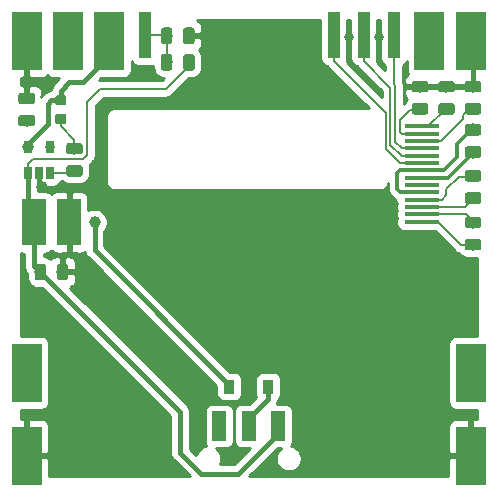
<source format=gbr>
G04 #@! TF.GenerationSoftware,KiCad,Pcbnew,(5.1.4)-1*
G04 #@! TF.CreationDate,2019-10-10T18:24:03+02:00*
G04 #@! TF.ProjectId,Top,546f702e-6b69-4636-9164-5f7063625858,rev?*
G04 #@! TF.SameCoordinates,Original*
G04 #@! TF.FileFunction,Copper,L2,Bot*
G04 #@! TF.FilePolarity,Positive*
%FSLAX46Y46*%
G04 Gerber Fmt 4.6, Leading zero omitted, Abs format (unit mm)*
G04 Created by KiCad (PCBNEW (5.1.4)-1) date 2019-10-10 18:24:03*
%MOMM*%
%LPD*%
G04 APERTURE LIST*
%ADD10R,2.500000X5.000000*%
%ADD11R,1.200000X2.500000*%
%ADD12R,2.000000X4.000000*%
%ADD13R,3.000000X0.320000*%
%ADD14R,1.000000X4.000000*%
%ADD15R,0.650000X1.060000*%
%ADD16C,0.100000*%
%ADD17C,0.975000*%
%ADD18R,0.900000X1.200000*%
%ADD19C,0.875000*%
%ADD20C,1.000000*%
%ADD21C,0.800000*%
%ADD22C,0.400000*%
%ADD23C,0.300000*%
%ADD24C,0.200000*%
%ADD25C,0.254000*%
G04 APERTURE END LIST*
D10*
X165800000Y-97950000D03*
D11*
X148000000Y-130550000D03*
X150500000Y-130550000D03*
X153000000Y-130550000D03*
D12*
X135300000Y-113300000D03*
X132300000Y-113300000D03*
D13*
X165150000Y-105180000D03*
X165150000Y-105800000D03*
X165150000Y-106420000D03*
X165150000Y-107040000D03*
X165150000Y-107660000D03*
X165150000Y-108280000D03*
X165150000Y-108900000D03*
X165150000Y-109520000D03*
X165150000Y-110140000D03*
X165150000Y-110760000D03*
X165150000Y-111380000D03*
X165150000Y-112000000D03*
X165150000Y-112620000D03*
X165150000Y-113240000D03*
D14*
X141700000Y-97450000D03*
X157720000Y-97450000D03*
X160260000Y-97450000D03*
X162800000Y-97450000D03*
D10*
X138700000Y-97950000D03*
X169300000Y-97950000D03*
D15*
X133700000Y-109100000D03*
X132750000Y-109100000D03*
X131800000Y-109100000D03*
X131800000Y-106900000D03*
X133700000Y-106900000D03*
D10*
X131700000Y-97950000D03*
X135200000Y-97950000D03*
D16*
G36*
X135005142Y-116801174D02*
G01*
X135028803Y-116804684D01*
X135052007Y-116810496D01*
X135074529Y-116818554D01*
X135096153Y-116828782D01*
X135116670Y-116841079D01*
X135135883Y-116855329D01*
X135153607Y-116871393D01*
X135169671Y-116889117D01*
X135183921Y-116908330D01*
X135196218Y-116928847D01*
X135206446Y-116950471D01*
X135214504Y-116972993D01*
X135220316Y-116996197D01*
X135223826Y-117019858D01*
X135225000Y-117043750D01*
X135225000Y-117956250D01*
X135223826Y-117980142D01*
X135220316Y-118003803D01*
X135214504Y-118027007D01*
X135206446Y-118049529D01*
X135196218Y-118071153D01*
X135183921Y-118091670D01*
X135169671Y-118110883D01*
X135153607Y-118128607D01*
X135135883Y-118144671D01*
X135116670Y-118158921D01*
X135096153Y-118171218D01*
X135074529Y-118181446D01*
X135052007Y-118189504D01*
X135028803Y-118195316D01*
X135005142Y-118198826D01*
X134981250Y-118200000D01*
X134493750Y-118200000D01*
X134469858Y-118198826D01*
X134446197Y-118195316D01*
X134422993Y-118189504D01*
X134400471Y-118181446D01*
X134378847Y-118171218D01*
X134358330Y-118158921D01*
X134339117Y-118144671D01*
X134321393Y-118128607D01*
X134305329Y-118110883D01*
X134291079Y-118091670D01*
X134278782Y-118071153D01*
X134268554Y-118049529D01*
X134260496Y-118027007D01*
X134254684Y-118003803D01*
X134251174Y-117980142D01*
X134250000Y-117956250D01*
X134250000Y-117043750D01*
X134251174Y-117019858D01*
X134254684Y-116996197D01*
X134260496Y-116972993D01*
X134268554Y-116950471D01*
X134278782Y-116928847D01*
X134291079Y-116908330D01*
X134305329Y-116889117D01*
X134321393Y-116871393D01*
X134339117Y-116855329D01*
X134358330Y-116841079D01*
X134378847Y-116828782D01*
X134400471Y-116818554D01*
X134422993Y-116810496D01*
X134446197Y-116804684D01*
X134469858Y-116801174D01*
X134493750Y-116800000D01*
X134981250Y-116800000D01*
X135005142Y-116801174D01*
X135005142Y-116801174D01*
G37*
D17*
X134737500Y-117500000D03*
D16*
G36*
X133130142Y-116801174D02*
G01*
X133153803Y-116804684D01*
X133177007Y-116810496D01*
X133199529Y-116818554D01*
X133221153Y-116828782D01*
X133241670Y-116841079D01*
X133260883Y-116855329D01*
X133278607Y-116871393D01*
X133294671Y-116889117D01*
X133308921Y-116908330D01*
X133321218Y-116928847D01*
X133331446Y-116950471D01*
X133339504Y-116972993D01*
X133345316Y-116996197D01*
X133348826Y-117019858D01*
X133350000Y-117043750D01*
X133350000Y-117956250D01*
X133348826Y-117980142D01*
X133345316Y-118003803D01*
X133339504Y-118027007D01*
X133331446Y-118049529D01*
X133321218Y-118071153D01*
X133308921Y-118091670D01*
X133294671Y-118110883D01*
X133278607Y-118128607D01*
X133260883Y-118144671D01*
X133241670Y-118158921D01*
X133221153Y-118171218D01*
X133199529Y-118181446D01*
X133177007Y-118189504D01*
X133153803Y-118195316D01*
X133130142Y-118198826D01*
X133106250Y-118200000D01*
X132618750Y-118200000D01*
X132594858Y-118198826D01*
X132571197Y-118195316D01*
X132547993Y-118189504D01*
X132525471Y-118181446D01*
X132503847Y-118171218D01*
X132483330Y-118158921D01*
X132464117Y-118144671D01*
X132446393Y-118128607D01*
X132430329Y-118110883D01*
X132416079Y-118091670D01*
X132403782Y-118071153D01*
X132393554Y-118049529D01*
X132385496Y-118027007D01*
X132379684Y-118003803D01*
X132376174Y-117980142D01*
X132375000Y-117956250D01*
X132375000Y-117043750D01*
X132376174Y-117019858D01*
X132379684Y-116996197D01*
X132385496Y-116972993D01*
X132393554Y-116950471D01*
X132403782Y-116928847D01*
X132416079Y-116908330D01*
X132430329Y-116889117D01*
X132446393Y-116871393D01*
X132464117Y-116855329D01*
X132483330Y-116841079D01*
X132503847Y-116828782D01*
X132525471Y-116818554D01*
X132547993Y-116810496D01*
X132571197Y-116804684D01*
X132594858Y-116801174D01*
X132618750Y-116800000D01*
X133106250Y-116800000D01*
X133130142Y-116801174D01*
X133130142Y-116801174D01*
G37*
D17*
X132862500Y-117500000D03*
D16*
G36*
X169980142Y-114701174D02*
G01*
X170003803Y-114704684D01*
X170027007Y-114710496D01*
X170049529Y-114718554D01*
X170071153Y-114728782D01*
X170091670Y-114741079D01*
X170110883Y-114755329D01*
X170128607Y-114771393D01*
X170144671Y-114789117D01*
X170158921Y-114808330D01*
X170171218Y-114828847D01*
X170181446Y-114850471D01*
X170189504Y-114872993D01*
X170195316Y-114896197D01*
X170198826Y-114919858D01*
X170200000Y-114943750D01*
X170200000Y-115431250D01*
X170198826Y-115455142D01*
X170195316Y-115478803D01*
X170189504Y-115502007D01*
X170181446Y-115524529D01*
X170171218Y-115546153D01*
X170158921Y-115566670D01*
X170144671Y-115585883D01*
X170128607Y-115603607D01*
X170110883Y-115619671D01*
X170091670Y-115633921D01*
X170071153Y-115646218D01*
X170049529Y-115656446D01*
X170027007Y-115664504D01*
X170003803Y-115670316D01*
X169980142Y-115673826D01*
X169956250Y-115675000D01*
X169043750Y-115675000D01*
X169019858Y-115673826D01*
X168996197Y-115670316D01*
X168972993Y-115664504D01*
X168950471Y-115656446D01*
X168928847Y-115646218D01*
X168908330Y-115633921D01*
X168889117Y-115619671D01*
X168871393Y-115603607D01*
X168855329Y-115585883D01*
X168841079Y-115566670D01*
X168828782Y-115546153D01*
X168818554Y-115524529D01*
X168810496Y-115502007D01*
X168804684Y-115478803D01*
X168801174Y-115455142D01*
X168800000Y-115431250D01*
X168800000Y-114943750D01*
X168801174Y-114919858D01*
X168804684Y-114896197D01*
X168810496Y-114872993D01*
X168818554Y-114850471D01*
X168828782Y-114828847D01*
X168841079Y-114808330D01*
X168855329Y-114789117D01*
X168871393Y-114771393D01*
X168889117Y-114755329D01*
X168908330Y-114741079D01*
X168928847Y-114728782D01*
X168950471Y-114718554D01*
X168972993Y-114710496D01*
X168996197Y-114704684D01*
X169019858Y-114701174D01*
X169043750Y-114700000D01*
X169956250Y-114700000D01*
X169980142Y-114701174D01*
X169980142Y-114701174D01*
G37*
D17*
X169500000Y-115187500D03*
D16*
G36*
X169980142Y-112826174D02*
G01*
X170003803Y-112829684D01*
X170027007Y-112835496D01*
X170049529Y-112843554D01*
X170071153Y-112853782D01*
X170091670Y-112866079D01*
X170110883Y-112880329D01*
X170128607Y-112896393D01*
X170144671Y-112914117D01*
X170158921Y-112933330D01*
X170171218Y-112953847D01*
X170181446Y-112975471D01*
X170189504Y-112997993D01*
X170195316Y-113021197D01*
X170198826Y-113044858D01*
X170200000Y-113068750D01*
X170200000Y-113556250D01*
X170198826Y-113580142D01*
X170195316Y-113603803D01*
X170189504Y-113627007D01*
X170181446Y-113649529D01*
X170171218Y-113671153D01*
X170158921Y-113691670D01*
X170144671Y-113710883D01*
X170128607Y-113728607D01*
X170110883Y-113744671D01*
X170091670Y-113758921D01*
X170071153Y-113771218D01*
X170049529Y-113781446D01*
X170027007Y-113789504D01*
X170003803Y-113795316D01*
X169980142Y-113798826D01*
X169956250Y-113800000D01*
X169043750Y-113800000D01*
X169019858Y-113798826D01*
X168996197Y-113795316D01*
X168972993Y-113789504D01*
X168950471Y-113781446D01*
X168928847Y-113771218D01*
X168908330Y-113758921D01*
X168889117Y-113744671D01*
X168871393Y-113728607D01*
X168855329Y-113710883D01*
X168841079Y-113691670D01*
X168828782Y-113671153D01*
X168818554Y-113649529D01*
X168810496Y-113627007D01*
X168804684Y-113603803D01*
X168801174Y-113580142D01*
X168800000Y-113556250D01*
X168800000Y-113068750D01*
X168801174Y-113044858D01*
X168804684Y-113021197D01*
X168810496Y-112997993D01*
X168818554Y-112975471D01*
X168828782Y-112953847D01*
X168841079Y-112933330D01*
X168855329Y-112914117D01*
X168871393Y-112896393D01*
X168889117Y-112880329D01*
X168908330Y-112866079D01*
X168928847Y-112853782D01*
X168950471Y-112843554D01*
X168972993Y-112835496D01*
X168996197Y-112829684D01*
X169019858Y-112826174D01*
X169043750Y-112825000D01*
X169956250Y-112825000D01*
X169980142Y-112826174D01*
X169980142Y-112826174D01*
G37*
D17*
X169500000Y-113312500D03*
D16*
G36*
X169980142Y-108876174D02*
G01*
X170003803Y-108879684D01*
X170027007Y-108885496D01*
X170049529Y-108893554D01*
X170071153Y-108903782D01*
X170091670Y-108916079D01*
X170110883Y-108930329D01*
X170128607Y-108946393D01*
X170144671Y-108964117D01*
X170158921Y-108983330D01*
X170171218Y-109003847D01*
X170181446Y-109025471D01*
X170189504Y-109047993D01*
X170195316Y-109071197D01*
X170198826Y-109094858D01*
X170200000Y-109118750D01*
X170200000Y-109606250D01*
X170198826Y-109630142D01*
X170195316Y-109653803D01*
X170189504Y-109677007D01*
X170181446Y-109699529D01*
X170171218Y-109721153D01*
X170158921Y-109741670D01*
X170144671Y-109760883D01*
X170128607Y-109778607D01*
X170110883Y-109794671D01*
X170091670Y-109808921D01*
X170071153Y-109821218D01*
X170049529Y-109831446D01*
X170027007Y-109839504D01*
X170003803Y-109845316D01*
X169980142Y-109848826D01*
X169956250Y-109850000D01*
X169043750Y-109850000D01*
X169019858Y-109848826D01*
X168996197Y-109845316D01*
X168972993Y-109839504D01*
X168950471Y-109831446D01*
X168928847Y-109821218D01*
X168908330Y-109808921D01*
X168889117Y-109794671D01*
X168871393Y-109778607D01*
X168855329Y-109760883D01*
X168841079Y-109741670D01*
X168828782Y-109721153D01*
X168818554Y-109699529D01*
X168810496Y-109677007D01*
X168804684Y-109653803D01*
X168801174Y-109630142D01*
X168800000Y-109606250D01*
X168800000Y-109118750D01*
X168801174Y-109094858D01*
X168804684Y-109071197D01*
X168810496Y-109047993D01*
X168818554Y-109025471D01*
X168828782Y-109003847D01*
X168841079Y-108983330D01*
X168855329Y-108964117D01*
X168871393Y-108946393D01*
X168889117Y-108930329D01*
X168908330Y-108916079D01*
X168928847Y-108903782D01*
X168950471Y-108893554D01*
X168972993Y-108885496D01*
X168996197Y-108879684D01*
X169019858Y-108876174D01*
X169043750Y-108875000D01*
X169956250Y-108875000D01*
X169980142Y-108876174D01*
X169980142Y-108876174D01*
G37*
D17*
X169500000Y-109362500D03*
D16*
G36*
X169980142Y-110751174D02*
G01*
X170003803Y-110754684D01*
X170027007Y-110760496D01*
X170049529Y-110768554D01*
X170071153Y-110778782D01*
X170091670Y-110791079D01*
X170110883Y-110805329D01*
X170128607Y-110821393D01*
X170144671Y-110839117D01*
X170158921Y-110858330D01*
X170171218Y-110878847D01*
X170181446Y-110900471D01*
X170189504Y-110922993D01*
X170195316Y-110946197D01*
X170198826Y-110969858D01*
X170200000Y-110993750D01*
X170200000Y-111481250D01*
X170198826Y-111505142D01*
X170195316Y-111528803D01*
X170189504Y-111552007D01*
X170181446Y-111574529D01*
X170171218Y-111596153D01*
X170158921Y-111616670D01*
X170144671Y-111635883D01*
X170128607Y-111653607D01*
X170110883Y-111669671D01*
X170091670Y-111683921D01*
X170071153Y-111696218D01*
X170049529Y-111706446D01*
X170027007Y-111714504D01*
X170003803Y-111720316D01*
X169980142Y-111723826D01*
X169956250Y-111725000D01*
X169043750Y-111725000D01*
X169019858Y-111723826D01*
X168996197Y-111720316D01*
X168972993Y-111714504D01*
X168950471Y-111706446D01*
X168928847Y-111696218D01*
X168908330Y-111683921D01*
X168889117Y-111669671D01*
X168871393Y-111653607D01*
X168855329Y-111635883D01*
X168841079Y-111616670D01*
X168828782Y-111596153D01*
X168818554Y-111574529D01*
X168810496Y-111552007D01*
X168804684Y-111528803D01*
X168801174Y-111505142D01*
X168800000Y-111481250D01*
X168800000Y-110993750D01*
X168801174Y-110969858D01*
X168804684Y-110946197D01*
X168810496Y-110922993D01*
X168818554Y-110900471D01*
X168828782Y-110878847D01*
X168841079Y-110858330D01*
X168855329Y-110839117D01*
X168871393Y-110821393D01*
X168889117Y-110805329D01*
X168908330Y-110791079D01*
X168928847Y-110778782D01*
X168950471Y-110768554D01*
X168972993Y-110760496D01*
X168996197Y-110754684D01*
X169019858Y-110751174D01*
X169043750Y-110750000D01*
X169956250Y-110750000D01*
X169980142Y-110751174D01*
X169980142Y-110751174D01*
G37*
D17*
X169500000Y-111237500D03*
D16*
G36*
X169980142Y-104976174D02*
G01*
X170003803Y-104979684D01*
X170027007Y-104985496D01*
X170049529Y-104993554D01*
X170071153Y-105003782D01*
X170091670Y-105016079D01*
X170110883Y-105030329D01*
X170128607Y-105046393D01*
X170144671Y-105064117D01*
X170158921Y-105083330D01*
X170171218Y-105103847D01*
X170181446Y-105125471D01*
X170189504Y-105147993D01*
X170195316Y-105171197D01*
X170198826Y-105194858D01*
X170200000Y-105218750D01*
X170200000Y-105706250D01*
X170198826Y-105730142D01*
X170195316Y-105753803D01*
X170189504Y-105777007D01*
X170181446Y-105799529D01*
X170171218Y-105821153D01*
X170158921Y-105841670D01*
X170144671Y-105860883D01*
X170128607Y-105878607D01*
X170110883Y-105894671D01*
X170091670Y-105908921D01*
X170071153Y-105921218D01*
X170049529Y-105931446D01*
X170027007Y-105939504D01*
X170003803Y-105945316D01*
X169980142Y-105948826D01*
X169956250Y-105950000D01*
X169043750Y-105950000D01*
X169019858Y-105948826D01*
X168996197Y-105945316D01*
X168972993Y-105939504D01*
X168950471Y-105931446D01*
X168928847Y-105921218D01*
X168908330Y-105908921D01*
X168889117Y-105894671D01*
X168871393Y-105878607D01*
X168855329Y-105860883D01*
X168841079Y-105841670D01*
X168828782Y-105821153D01*
X168818554Y-105799529D01*
X168810496Y-105777007D01*
X168804684Y-105753803D01*
X168801174Y-105730142D01*
X168800000Y-105706250D01*
X168800000Y-105218750D01*
X168801174Y-105194858D01*
X168804684Y-105171197D01*
X168810496Y-105147993D01*
X168818554Y-105125471D01*
X168828782Y-105103847D01*
X168841079Y-105083330D01*
X168855329Y-105064117D01*
X168871393Y-105046393D01*
X168889117Y-105030329D01*
X168908330Y-105016079D01*
X168928847Y-105003782D01*
X168950471Y-104993554D01*
X168972993Y-104985496D01*
X168996197Y-104979684D01*
X169019858Y-104976174D01*
X169043750Y-104975000D01*
X169956250Y-104975000D01*
X169980142Y-104976174D01*
X169980142Y-104976174D01*
G37*
D17*
X169500000Y-105462500D03*
D16*
G36*
X169980142Y-106851174D02*
G01*
X170003803Y-106854684D01*
X170027007Y-106860496D01*
X170049529Y-106868554D01*
X170071153Y-106878782D01*
X170091670Y-106891079D01*
X170110883Y-106905329D01*
X170128607Y-106921393D01*
X170144671Y-106939117D01*
X170158921Y-106958330D01*
X170171218Y-106978847D01*
X170181446Y-107000471D01*
X170189504Y-107022993D01*
X170195316Y-107046197D01*
X170198826Y-107069858D01*
X170200000Y-107093750D01*
X170200000Y-107581250D01*
X170198826Y-107605142D01*
X170195316Y-107628803D01*
X170189504Y-107652007D01*
X170181446Y-107674529D01*
X170171218Y-107696153D01*
X170158921Y-107716670D01*
X170144671Y-107735883D01*
X170128607Y-107753607D01*
X170110883Y-107769671D01*
X170091670Y-107783921D01*
X170071153Y-107796218D01*
X170049529Y-107806446D01*
X170027007Y-107814504D01*
X170003803Y-107820316D01*
X169980142Y-107823826D01*
X169956250Y-107825000D01*
X169043750Y-107825000D01*
X169019858Y-107823826D01*
X168996197Y-107820316D01*
X168972993Y-107814504D01*
X168950471Y-107806446D01*
X168928847Y-107796218D01*
X168908330Y-107783921D01*
X168889117Y-107769671D01*
X168871393Y-107753607D01*
X168855329Y-107735883D01*
X168841079Y-107716670D01*
X168828782Y-107696153D01*
X168818554Y-107674529D01*
X168810496Y-107652007D01*
X168804684Y-107628803D01*
X168801174Y-107605142D01*
X168800000Y-107581250D01*
X168800000Y-107093750D01*
X168801174Y-107069858D01*
X168804684Y-107046197D01*
X168810496Y-107022993D01*
X168818554Y-107000471D01*
X168828782Y-106978847D01*
X168841079Y-106958330D01*
X168855329Y-106939117D01*
X168871393Y-106921393D01*
X168889117Y-106905329D01*
X168908330Y-106891079D01*
X168928847Y-106878782D01*
X168950471Y-106868554D01*
X168972993Y-106860496D01*
X168996197Y-106854684D01*
X169019858Y-106851174D01*
X169043750Y-106850000D01*
X169956250Y-106850000D01*
X169980142Y-106851174D01*
X169980142Y-106851174D01*
G37*
D17*
X169500000Y-107337500D03*
D16*
G36*
X165480142Y-101326174D02*
G01*
X165503803Y-101329684D01*
X165527007Y-101335496D01*
X165549529Y-101343554D01*
X165571153Y-101353782D01*
X165591670Y-101366079D01*
X165610883Y-101380329D01*
X165628607Y-101396393D01*
X165644671Y-101414117D01*
X165658921Y-101433330D01*
X165671218Y-101453847D01*
X165681446Y-101475471D01*
X165689504Y-101497993D01*
X165695316Y-101521197D01*
X165698826Y-101544858D01*
X165700000Y-101568750D01*
X165700000Y-102056250D01*
X165698826Y-102080142D01*
X165695316Y-102103803D01*
X165689504Y-102127007D01*
X165681446Y-102149529D01*
X165671218Y-102171153D01*
X165658921Y-102191670D01*
X165644671Y-102210883D01*
X165628607Y-102228607D01*
X165610883Y-102244671D01*
X165591670Y-102258921D01*
X165571153Y-102271218D01*
X165549529Y-102281446D01*
X165527007Y-102289504D01*
X165503803Y-102295316D01*
X165480142Y-102298826D01*
X165456250Y-102300000D01*
X164543750Y-102300000D01*
X164519858Y-102298826D01*
X164496197Y-102295316D01*
X164472993Y-102289504D01*
X164450471Y-102281446D01*
X164428847Y-102271218D01*
X164408330Y-102258921D01*
X164389117Y-102244671D01*
X164371393Y-102228607D01*
X164355329Y-102210883D01*
X164341079Y-102191670D01*
X164328782Y-102171153D01*
X164318554Y-102149529D01*
X164310496Y-102127007D01*
X164304684Y-102103803D01*
X164301174Y-102080142D01*
X164300000Y-102056250D01*
X164300000Y-101568750D01*
X164301174Y-101544858D01*
X164304684Y-101521197D01*
X164310496Y-101497993D01*
X164318554Y-101475471D01*
X164328782Y-101453847D01*
X164341079Y-101433330D01*
X164355329Y-101414117D01*
X164371393Y-101396393D01*
X164389117Y-101380329D01*
X164408330Y-101366079D01*
X164428847Y-101353782D01*
X164450471Y-101343554D01*
X164472993Y-101335496D01*
X164496197Y-101329684D01*
X164519858Y-101326174D01*
X164543750Y-101325000D01*
X165456250Y-101325000D01*
X165480142Y-101326174D01*
X165480142Y-101326174D01*
G37*
D17*
X165000000Y-101812500D03*
D16*
G36*
X165480142Y-103201174D02*
G01*
X165503803Y-103204684D01*
X165527007Y-103210496D01*
X165549529Y-103218554D01*
X165571153Y-103228782D01*
X165591670Y-103241079D01*
X165610883Y-103255329D01*
X165628607Y-103271393D01*
X165644671Y-103289117D01*
X165658921Y-103308330D01*
X165671218Y-103328847D01*
X165681446Y-103350471D01*
X165689504Y-103372993D01*
X165695316Y-103396197D01*
X165698826Y-103419858D01*
X165700000Y-103443750D01*
X165700000Y-103931250D01*
X165698826Y-103955142D01*
X165695316Y-103978803D01*
X165689504Y-104002007D01*
X165681446Y-104024529D01*
X165671218Y-104046153D01*
X165658921Y-104066670D01*
X165644671Y-104085883D01*
X165628607Y-104103607D01*
X165610883Y-104119671D01*
X165591670Y-104133921D01*
X165571153Y-104146218D01*
X165549529Y-104156446D01*
X165527007Y-104164504D01*
X165503803Y-104170316D01*
X165480142Y-104173826D01*
X165456250Y-104175000D01*
X164543750Y-104175000D01*
X164519858Y-104173826D01*
X164496197Y-104170316D01*
X164472993Y-104164504D01*
X164450471Y-104156446D01*
X164428847Y-104146218D01*
X164408330Y-104133921D01*
X164389117Y-104119671D01*
X164371393Y-104103607D01*
X164355329Y-104085883D01*
X164341079Y-104066670D01*
X164328782Y-104046153D01*
X164318554Y-104024529D01*
X164310496Y-104002007D01*
X164304684Y-103978803D01*
X164301174Y-103955142D01*
X164300000Y-103931250D01*
X164300000Y-103443750D01*
X164301174Y-103419858D01*
X164304684Y-103396197D01*
X164310496Y-103372993D01*
X164318554Y-103350471D01*
X164328782Y-103328847D01*
X164341079Y-103308330D01*
X164355329Y-103289117D01*
X164371393Y-103271393D01*
X164389117Y-103255329D01*
X164408330Y-103241079D01*
X164428847Y-103228782D01*
X164450471Y-103218554D01*
X164472993Y-103210496D01*
X164496197Y-103204684D01*
X164519858Y-103201174D01*
X164543750Y-103200000D01*
X165456250Y-103200000D01*
X165480142Y-103201174D01*
X165480142Y-103201174D01*
G37*
D17*
X165000000Y-103687500D03*
D16*
G36*
X167730142Y-101326174D02*
G01*
X167753803Y-101329684D01*
X167777007Y-101335496D01*
X167799529Y-101343554D01*
X167821153Y-101353782D01*
X167841670Y-101366079D01*
X167860883Y-101380329D01*
X167878607Y-101396393D01*
X167894671Y-101414117D01*
X167908921Y-101433330D01*
X167921218Y-101453847D01*
X167931446Y-101475471D01*
X167939504Y-101497993D01*
X167945316Y-101521197D01*
X167948826Y-101544858D01*
X167950000Y-101568750D01*
X167950000Y-102056250D01*
X167948826Y-102080142D01*
X167945316Y-102103803D01*
X167939504Y-102127007D01*
X167931446Y-102149529D01*
X167921218Y-102171153D01*
X167908921Y-102191670D01*
X167894671Y-102210883D01*
X167878607Y-102228607D01*
X167860883Y-102244671D01*
X167841670Y-102258921D01*
X167821153Y-102271218D01*
X167799529Y-102281446D01*
X167777007Y-102289504D01*
X167753803Y-102295316D01*
X167730142Y-102298826D01*
X167706250Y-102300000D01*
X166793750Y-102300000D01*
X166769858Y-102298826D01*
X166746197Y-102295316D01*
X166722993Y-102289504D01*
X166700471Y-102281446D01*
X166678847Y-102271218D01*
X166658330Y-102258921D01*
X166639117Y-102244671D01*
X166621393Y-102228607D01*
X166605329Y-102210883D01*
X166591079Y-102191670D01*
X166578782Y-102171153D01*
X166568554Y-102149529D01*
X166560496Y-102127007D01*
X166554684Y-102103803D01*
X166551174Y-102080142D01*
X166550000Y-102056250D01*
X166550000Y-101568750D01*
X166551174Y-101544858D01*
X166554684Y-101521197D01*
X166560496Y-101497993D01*
X166568554Y-101475471D01*
X166578782Y-101453847D01*
X166591079Y-101433330D01*
X166605329Y-101414117D01*
X166621393Y-101396393D01*
X166639117Y-101380329D01*
X166658330Y-101366079D01*
X166678847Y-101353782D01*
X166700471Y-101343554D01*
X166722993Y-101335496D01*
X166746197Y-101329684D01*
X166769858Y-101326174D01*
X166793750Y-101325000D01*
X167706250Y-101325000D01*
X167730142Y-101326174D01*
X167730142Y-101326174D01*
G37*
D17*
X167250000Y-101812500D03*
D16*
G36*
X167730142Y-103201174D02*
G01*
X167753803Y-103204684D01*
X167777007Y-103210496D01*
X167799529Y-103218554D01*
X167821153Y-103228782D01*
X167841670Y-103241079D01*
X167860883Y-103255329D01*
X167878607Y-103271393D01*
X167894671Y-103289117D01*
X167908921Y-103308330D01*
X167921218Y-103328847D01*
X167931446Y-103350471D01*
X167939504Y-103372993D01*
X167945316Y-103396197D01*
X167948826Y-103419858D01*
X167950000Y-103443750D01*
X167950000Y-103931250D01*
X167948826Y-103955142D01*
X167945316Y-103978803D01*
X167939504Y-104002007D01*
X167931446Y-104024529D01*
X167921218Y-104046153D01*
X167908921Y-104066670D01*
X167894671Y-104085883D01*
X167878607Y-104103607D01*
X167860883Y-104119671D01*
X167841670Y-104133921D01*
X167821153Y-104146218D01*
X167799529Y-104156446D01*
X167777007Y-104164504D01*
X167753803Y-104170316D01*
X167730142Y-104173826D01*
X167706250Y-104175000D01*
X166793750Y-104175000D01*
X166769858Y-104173826D01*
X166746197Y-104170316D01*
X166722993Y-104164504D01*
X166700471Y-104156446D01*
X166678847Y-104146218D01*
X166658330Y-104133921D01*
X166639117Y-104119671D01*
X166621393Y-104103607D01*
X166605329Y-104085883D01*
X166591079Y-104066670D01*
X166578782Y-104046153D01*
X166568554Y-104024529D01*
X166560496Y-104002007D01*
X166554684Y-103978803D01*
X166551174Y-103955142D01*
X166550000Y-103931250D01*
X166550000Y-103443750D01*
X166551174Y-103419858D01*
X166554684Y-103396197D01*
X166560496Y-103372993D01*
X166568554Y-103350471D01*
X166578782Y-103328847D01*
X166591079Y-103308330D01*
X166605329Y-103289117D01*
X166621393Y-103271393D01*
X166639117Y-103255329D01*
X166658330Y-103241079D01*
X166678847Y-103228782D01*
X166700471Y-103218554D01*
X166722993Y-103210496D01*
X166746197Y-103204684D01*
X166769858Y-103201174D01*
X166793750Y-103200000D01*
X167706250Y-103200000D01*
X167730142Y-103201174D01*
X167730142Y-103201174D01*
G37*
D17*
X167250000Y-103687500D03*
D16*
G36*
X145705142Y-99051174D02*
G01*
X145728803Y-99054684D01*
X145752007Y-99060496D01*
X145774529Y-99068554D01*
X145796153Y-99078782D01*
X145816670Y-99091079D01*
X145835883Y-99105329D01*
X145853607Y-99121393D01*
X145869671Y-99139117D01*
X145883921Y-99158330D01*
X145896218Y-99178847D01*
X145906446Y-99200471D01*
X145914504Y-99222993D01*
X145920316Y-99246197D01*
X145923826Y-99269858D01*
X145925000Y-99293750D01*
X145925000Y-100206250D01*
X145923826Y-100230142D01*
X145920316Y-100253803D01*
X145914504Y-100277007D01*
X145906446Y-100299529D01*
X145896218Y-100321153D01*
X145883921Y-100341670D01*
X145869671Y-100360883D01*
X145853607Y-100378607D01*
X145835883Y-100394671D01*
X145816670Y-100408921D01*
X145796153Y-100421218D01*
X145774529Y-100431446D01*
X145752007Y-100439504D01*
X145728803Y-100445316D01*
X145705142Y-100448826D01*
X145681250Y-100450000D01*
X145193750Y-100450000D01*
X145169858Y-100448826D01*
X145146197Y-100445316D01*
X145122993Y-100439504D01*
X145100471Y-100431446D01*
X145078847Y-100421218D01*
X145058330Y-100408921D01*
X145039117Y-100394671D01*
X145021393Y-100378607D01*
X145005329Y-100360883D01*
X144991079Y-100341670D01*
X144978782Y-100321153D01*
X144968554Y-100299529D01*
X144960496Y-100277007D01*
X144954684Y-100253803D01*
X144951174Y-100230142D01*
X144950000Y-100206250D01*
X144950000Y-99293750D01*
X144951174Y-99269858D01*
X144954684Y-99246197D01*
X144960496Y-99222993D01*
X144968554Y-99200471D01*
X144978782Y-99178847D01*
X144991079Y-99158330D01*
X145005329Y-99139117D01*
X145021393Y-99121393D01*
X145039117Y-99105329D01*
X145058330Y-99091079D01*
X145078847Y-99078782D01*
X145100471Y-99068554D01*
X145122993Y-99060496D01*
X145146197Y-99054684D01*
X145169858Y-99051174D01*
X145193750Y-99050000D01*
X145681250Y-99050000D01*
X145705142Y-99051174D01*
X145705142Y-99051174D01*
G37*
D17*
X145437500Y-99750000D03*
D16*
G36*
X143830142Y-99051174D02*
G01*
X143853803Y-99054684D01*
X143877007Y-99060496D01*
X143899529Y-99068554D01*
X143921153Y-99078782D01*
X143941670Y-99091079D01*
X143960883Y-99105329D01*
X143978607Y-99121393D01*
X143994671Y-99139117D01*
X144008921Y-99158330D01*
X144021218Y-99178847D01*
X144031446Y-99200471D01*
X144039504Y-99222993D01*
X144045316Y-99246197D01*
X144048826Y-99269858D01*
X144050000Y-99293750D01*
X144050000Y-100206250D01*
X144048826Y-100230142D01*
X144045316Y-100253803D01*
X144039504Y-100277007D01*
X144031446Y-100299529D01*
X144021218Y-100321153D01*
X144008921Y-100341670D01*
X143994671Y-100360883D01*
X143978607Y-100378607D01*
X143960883Y-100394671D01*
X143941670Y-100408921D01*
X143921153Y-100421218D01*
X143899529Y-100431446D01*
X143877007Y-100439504D01*
X143853803Y-100445316D01*
X143830142Y-100448826D01*
X143806250Y-100450000D01*
X143318750Y-100450000D01*
X143294858Y-100448826D01*
X143271197Y-100445316D01*
X143247993Y-100439504D01*
X143225471Y-100431446D01*
X143203847Y-100421218D01*
X143183330Y-100408921D01*
X143164117Y-100394671D01*
X143146393Y-100378607D01*
X143130329Y-100360883D01*
X143116079Y-100341670D01*
X143103782Y-100321153D01*
X143093554Y-100299529D01*
X143085496Y-100277007D01*
X143079684Y-100253803D01*
X143076174Y-100230142D01*
X143075000Y-100206250D01*
X143075000Y-99293750D01*
X143076174Y-99269858D01*
X143079684Y-99246197D01*
X143085496Y-99222993D01*
X143093554Y-99200471D01*
X143103782Y-99178847D01*
X143116079Y-99158330D01*
X143130329Y-99139117D01*
X143146393Y-99121393D01*
X143164117Y-99105329D01*
X143183330Y-99091079D01*
X143203847Y-99078782D01*
X143225471Y-99068554D01*
X143247993Y-99060496D01*
X143271197Y-99054684D01*
X143294858Y-99051174D01*
X143318750Y-99050000D01*
X143806250Y-99050000D01*
X143830142Y-99051174D01*
X143830142Y-99051174D01*
G37*
D17*
X143562500Y-99750000D03*
D16*
G36*
X145705142Y-96801174D02*
G01*
X145728803Y-96804684D01*
X145752007Y-96810496D01*
X145774529Y-96818554D01*
X145796153Y-96828782D01*
X145816670Y-96841079D01*
X145835883Y-96855329D01*
X145853607Y-96871393D01*
X145869671Y-96889117D01*
X145883921Y-96908330D01*
X145896218Y-96928847D01*
X145906446Y-96950471D01*
X145914504Y-96972993D01*
X145920316Y-96996197D01*
X145923826Y-97019858D01*
X145925000Y-97043750D01*
X145925000Y-97956250D01*
X145923826Y-97980142D01*
X145920316Y-98003803D01*
X145914504Y-98027007D01*
X145906446Y-98049529D01*
X145896218Y-98071153D01*
X145883921Y-98091670D01*
X145869671Y-98110883D01*
X145853607Y-98128607D01*
X145835883Y-98144671D01*
X145816670Y-98158921D01*
X145796153Y-98171218D01*
X145774529Y-98181446D01*
X145752007Y-98189504D01*
X145728803Y-98195316D01*
X145705142Y-98198826D01*
X145681250Y-98200000D01*
X145193750Y-98200000D01*
X145169858Y-98198826D01*
X145146197Y-98195316D01*
X145122993Y-98189504D01*
X145100471Y-98181446D01*
X145078847Y-98171218D01*
X145058330Y-98158921D01*
X145039117Y-98144671D01*
X145021393Y-98128607D01*
X145005329Y-98110883D01*
X144991079Y-98091670D01*
X144978782Y-98071153D01*
X144968554Y-98049529D01*
X144960496Y-98027007D01*
X144954684Y-98003803D01*
X144951174Y-97980142D01*
X144950000Y-97956250D01*
X144950000Y-97043750D01*
X144951174Y-97019858D01*
X144954684Y-96996197D01*
X144960496Y-96972993D01*
X144968554Y-96950471D01*
X144978782Y-96928847D01*
X144991079Y-96908330D01*
X145005329Y-96889117D01*
X145021393Y-96871393D01*
X145039117Y-96855329D01*
X145058330Y-96841079D01*
X145078847Y-96828782D01*
X145100471Y-96818554D01*
X145122993Y-96810496D01*
X145146197Y-96804684D01*
X145169858Y-96801174D01*
X145193750Y-96800000D01*
X145681250Y-96800000D01*
X145705142Y-96801174D01*
X145705142Y-96801174D01*
G37*
D17*
X145437500Y-97500000D03*
D16*
G36*
X143830142Y-96801174D02*
G01*
X143853803Y-96804684D01*
X143877007Y-96810496D01*
X143899529Y-96818554D01*
X143921153Y-96828782D01*
X143941670Y-96841079D01*
X143960883Y-96855329D01*
X143978607Y-96871393D01*
X143994671Y-96889117D01*
X144008921Y-96908330D01*
X144021218Y-96928847D01*
X144031446Y-96950471D01*
X144039504Y-96972993D01*
X144045316Y-96996197D01*
X144048826Y-97019858D01*
X144050000Y-97043750D01*
X144050000Y-97956250D01*
X144048826Y-97980142D01*
X144045316Y-98003803D01*
X144039504Y-98027007D01*
X144031446Y-98049529D01*
X144021218Y-98071153D01*
X144008921Y-98091670D01*
X143994671Y-98110883D01*
X143978607Y-98128607D01*
X143960883Y-98144671D01*
X143941670Y-98158921D01*
X143921153Y-98171218D01*
X143899529Y-98181446D01*
X143877007Y-98189504D01*
X143853803Y-98195316D01*
X143830142Y-98198826D01*
X143806250Y-98200000D01*
X143318750Y-98200000D01*
X143294858Y-98198826D01*
X143271197Y-98195316D01*
X143247993Y-98189504D01*
X143225471Y-98181446D01*
X143203847Y-98171218D01*
X143183330Y-98158921D01*
X143164117Y-98144671D01*
X143146393Y-98128607D01*
X143130329Y-98110883D01*
X143116079Y-98091670D01*
X143103782Y-98071153D01*
X143093554Y-98049529D01*
X143085496Y-98027007D01*
X143079684Y-98003803D01*
X143076174Y-97980142D01*
X143075000Y-97956250D01*
X143075000Y-97043750D01*
X143076174Y-97019858D01*
X143079684Y-96996197D01*
X143085496Y-96972993D01*
X143093554Y-96950471D01*
X143103782Y-96928847D01*
X143116079Y-96908330D01*
X143130329Y-96889117D01*
X143146393Y-96871393D01*
X143164117Y-96855329D01*
X143183330Y-96841079D01*
X143203847Y-96828782D01*
X143225471Y-96818554D01*
X143247993Y-96810496D01*
X143271197Y-96804684D01*
X143294858Y-96801174D01*
X143318750Y-96800000D01*
X143806250Y-96800000D01*
X143830142Y-96801174D01*
X143830142Y-96801174D01*
G37*
D17*
X143562500Y-97500000D03*
D16*
G36*
X136230142Y-108451174D02*
G01*
X136253803Y-108454684D01*
X136277007Y-108460496D01*
X136299529Y-108468554D01*
X136321153Y-108478782D01*
X136341670Y-108491079D01*
X136360883Y-108505329D01*
X136378607Y-108521393D01*
X136394671Y-108539117D01*
X136408921Y-108558330D01*
X136421218Y-108578847D01*
X136431446Y-108600471D01*
X136439504Y-108622993D01*
X136445316Y-108646197D01*
X136448826Y-108669858D01*
X136450000Y-108693750D01*
X136450000Y-109181250D01*
X136448826Y-109205142D01*
X136445316Y-109228803D01*
X136439504Y-109252007D01*
X136431446Y-109274529D01*
X136421218Y-109296153D01*
X136408921Y-109316670D01*
X136394671Y-109335883D01*
X136378607Y-109353607D01*
X136360883Y-109369671D01*
X136341670Y-109383921D01*
X136321153Y-109396218D01*
X136299529Y-109406446D01*
X136277007Y-109414504D01*
X136253803Y-109420316D01*
X136230142Y-109423826D01*
X136206250Y-109425000D01*
X135293750Y-109425000D01*
X135269858Y-109423826D01*
X135246197Y-109420316D01*
X135222993Y-109414504D01*
X135200471Y-109406446D01*
X135178847Y-109396218D01*
X135158330Y-109383921D01*
X135139117Y-109369671D01*
X135121393Y-109353607D01*
X135105329Y-109335883D01*
X135091079Y-109316670D01*
X135078782Y-109296153D01*
X135068554Y-109274529D01*
X135060496Y-109252007D01*
X135054684Y-109228803D01*
X135051174Y-109205142D01*
X135050000Y-109181250D01*
X135050000Y-108693750D01*
X135051174Y-108669858D01*
X135054684Y-108646197D01*
X135060496Y-108622993D01*
X135068554Y-108600471D01*
X135078782Y-108578847D01*
X135091079Y-108558330D01*
X135105329Y-108539117D01*
X135121393Y-108521393D01*
X135139117Y-108505329D01*
X135158330Y-108491079D01*
X135178847Y-108478782D01*
X135200471Y-108468554D01*
X135222993Y-108460496D01*
X135246197Y-108454684D01*
X135269858Y-108451174D01*
X135293750Y-108450000D01*
X136206250Y-108450000D01*
X136230142Y-108451174D01*
X136230142Y-108451174D01*
G37*
D17*
X135750000Y-108937500D03*
D16*
G36*
X136230142Y-106576174D02*
G01*
X136253803Y-106579684D01*
X136277007Y-106585496D01*
X136299529Y-106593554D01*
X136321153Y-106603782D01*
X136341670Y-106616079D01*
X136360883Y-106630329D01*
X136378607Y-106646393D01*
X136394671Y-106664117D01*
X136408921Y-106683330D01*
X136421218Y-106703847D01*
X136431446Y-106725471D01*
X136439504Y-106747993D01*
X136445316Y-106771197D01*
X136448826Y-106794858D01*
X136450000Y-106818750D01*
X136450000Y-107306250D01*
X136448826Y-107330142D01*
X136445316Y-107353803D01*
X136439504Y-107377007D01*
X136431446Y-107399529D01*
X136421218Y-107421153D01*
X136408921Y-107441670D01*
X136394671Y-107460883D01*
X136378607Y-107478607D01*
X136360883Y-107494671D01*
X136341670Y-107508921D01*
X136321153Y-107521218D01*
X136299529Y-107531446D01*
X136277007Y-107539504D01*
X136253803Y-107545316D01*
X136230142Y-107548826D01*
X136206250Y-107550000D01*
X135293750Y-107550000D01*
X135269858Y-107548826D01*
X135246197Y-107545316D01*
X135222993Y-107539504D01*
X135200471Y-107531446D01*
X135178847Y-107521218D01*
X135158330Y-107508921D01*
X135139117Y-107494671D01*
X135121393Y-107478607D01*
X135105329Y-107460883D01*
X135091079Y-107441670D01*
X135078782Y-107421153D01*
X135068554Y-107399529D01*
X135060496Y-107377007D01*
X135054684Y-107353803D01*
X135051174Y-107330142D01*
X135050000Y-107306250D01*
X135050000Y-106818750D01*
X135051174Y-106794858D01*
X135054684Y-106771197D01*
X135060496Y-106747993D01*
X135068554Y-106725471D01*
X135078782Y-106703847D01*
X135091079Y-106683330D01*
X135105329Y-106664117D01*
X135121393Y-106646393D01*
X135139117Y-106630329D01*
X135158330Y-106616079D01*
X135178847Y-106603782D01*
X135200471Y-106593554D01*
X135222993Y-106585496D01*
X135246197Y-106579684D01*
X135269858Y-106576174D01*
X135293750Y-106575000D01*
X136206250Y-106575000D01*
X136230142Y-106576174D01*
X136230142Y-106576174D01*
G37*
D17*
X135750000Y-107062500D03*
D16*
G36*
X132180142Y-104201174D02*
G01*
X132203803Y-104204684D01*
X132227007Y-104210496D01*
X132249529Y-104218554D01*
X132271153Y-104228782D01*
X132291670Y-104241079D01*
X132310883Y-104255329D01*
X132328607Y-104271393D01*
X132344671Y-104289117D01*
X132358921Y-104308330D01*
X132371218Y-104328847D01*
X132381446Y-104350471D01*
X132389504Y-104372993D01*
X132395316Y-104396197D01*
X132398826Y-104419858D01*
X132400000Y-104443750D01*
X132400000Y-104931250D01*
X132398826Y-104955142D01*
X132395316Y-104978803D01*
X132389504Y-105002007D01*
X132381446Y-105024529D01*
X132371218Y-105046153D01*
X132358921Y-105066670D01*
X132344671Y-105085883D01*
X132328607Y-105103607D01*
X132310883Y-105119671D01*
X132291670Y-105133921D01*
X132271153Y-105146218D01*
X132249529Y-105156446D01*
X132227007Y-105164504D01*
X132203803Y-105170316D01*
X132180142Y-105173826D01*
X132156250Y-105175000D01*
X131243750Y-105175000D01*
X131219858Y-105173826D01*
X131196197Y-105170316D01*
X131172993Y-105164504D01*
X131150471Y-105156446D01*
X131128847Y-105146218D01*
X131108330Y-105133921D01*
X131089117Y-105119671D01*
X131071393Y-105103607D01*
X131055329Y-105085883D01*
X131041079Y-105066670D01*
X131028782Y-105046153D01*
X131018554Y-105024529D01*
X131010496Y-105002007D01*
X131004684Y-104978803D01*
X131001174Y-104955142D01*
X131000000Y-104931250D01*
X131000000Y-104443750D01*
X131001174Y-104419858D01*
X131004684Y-104396197D01*
X131010496Y-104372993D01*
X131018554Y-104350471D01*
X131028782Y-104328847D01*
X131041079Y-104308330D01*
X131055329Y-104289117D01*
X131071393Y-104271393D01*
X131089117Y-104255329D01*
X131108330Y-104241079D01*
X131128847Y-104228782D01*
X131150471Y-104218554D01*
X131172993Y-104210496D01*
X131196197Y-104204684D01*
X131219858Y-104201174D01*
X131243750Y-104200000D01*
X132156250Y-104200000D01*
X132180142Y-104201174D01*
X132180142Y-104201174D01*
G37*
D17*
X131700000Y-104687500D03*
D16*
G36*
X132180142Y-102326174D02*
G01*
X132203803Y-102329684D01*
X132227007Y-102335496D01*
X132249529Y-102343554D01*
X132271153Y-102353782D01*
X132291670Y-102366079D01*
X132310883Y-102380329D01*
X132328607Y-102396393D01*
X132344671Y-102414117D01*
X132358921Y-102433330D01*
X132371218Y-102453847D01*
X132381446Y-102475471D01*
X132389504Y-102497993D01*
X132395316Y-102521197D01*
X132398826Y-102544858D01*
X132400000Y-102568750D01*
X132400000Y-103056250D01*
X132398826Y-103080142D01*
X132395316Y-103103803D01*
X132389504Y-103127007D01*
X132381446Y-103149529D01*
X132371218Y-103171153D01*
X132358921Y-103191670D01*
X132344671Y-103210883D01*
X132328607Y-103228607D01*
X132310883Y-103244671D01*
X132291670Y-103258921D01*
X132271153Y-103271218D01*
X132249529Y-103281446D01*
X132227007Y-103289504D01*
X132203803Y-103295316D01*
X132180142Y-103298826D01*
X132156250Y-103300000D01*
X131243750Y-103300000D01*
X131219858Y-103298826D01*
X131196197Y-103295316D01*
X131172993Y-103289504D01*
X131150471Y-103281446D01*
X131128847Y-103271218D01*
X131108330Y-103258921D01*
X131089117Y-103244671D01*
X131071393Y-103228607D01*
X131055329Y-103210883D01*
X131041079Y-103191670D01*
X131028782Y-103171153D01*
X131018554Y-103149529D01*
X131010496Y-103127007D01*
X131004684Y-103103803D01*
X131001174Y-103080142D01*
X131000000Y-103056250D01*
X131000000Y-102568750D01*
X131001174Y-102544858D01*
X131004684Y-102521197D01*
X131010496Y-102497993D01*
X131018554Y-102475471D01*
X131028782Y-102453847D01*
X131041079Y-102433330D01*
X131055329Y-102414117D01*
X131071393Y-102396393D01*
X131089117Y-102380329D01*
X131108330Y-102366079D01*
X131128847Y-102353782D01*
X131150471Y-102343554D01*
X131172993Y-102335496D01*
X131196197Y-102329684D01*
X131219858Y-102326174D01*
X131243750Y-102325000D01*
X132156250Y-102325000D01*
X132180142Y-102326174D01*
X132180142Y-102326174D01*
G37*
D17*
X131700000Y-102812500D03*
D16*
G36*
X169980142Y-101326174D02*
G01*
X170003803Y-101329684D01*
X170027007Y-101335496D01*
X170049529Y-101343554D01*
X170071153Y-101353782D01*
X170091670Y-101366079D01*
X170110883Y-101380329D01*
X170128607Y-101396393D01*
X170144671Y-101414117D01*
X170158921Y-101433330D01*
X170171218Y-101453847D01*
X170181446Y-101475471D01*
X170189504Y-101497993D01*
X170195316Y-101521197D01*
X170198826Y-101544858D01*
X170200000Y-101568750D01*
X170200000Y-102056250D01*
X170198826Y-102080142D01*
X170195316Y-102103803D01*
X170189504Y-102127007D01*
X170181446Y-102149529D01*
X170171218Y-102171153D01*
X170158921Y-102191670D01*
X170144671Y-102210883D01*
X170128607Y-102228607D01*
X170110883Y-102244671D01*
X170091670Y-102258921D01*
X170071153Y-102271218D01*
X170049529Y-102281446D01*
X170027007Y-102289504D01*
X170003803Y-102295316D01*
X169980142Y-102298826D01*
X169956250Y-102300000D01*
X169043750Y-102300000D01*
X169019858Y-102298826D01*
X168996197Y-102295316D01*
X168972993Y-102289504D01*
X168950471Y-102281446D01*
X168928847Y-102271218D01*
X168908330Y-102258921D01*
X168889117Y-102244671D01*
X168871393Y-102228607D01*
X168855329Y-102210883D01*
X168841079Y-102191670D01*
X168828782Y-102171153D01*
X168818554Y-102149529D01*
X168810496Y-102127007D01*
X168804684Y-102103803D01*
X168801174Y-102080142D01*
X168800000Y-102056250D01*
X168800000Y-101568750D01*
X168801174Y-101544858D01*
X168804684Y-101521197D01*
X168810496Y-101497993D01*
X168818554Y-101475471D01*
X168828782Y-101453847D01*
X168841079Y-101433330D01*
X168855329Y-101414117D01*
X168871393Y-101396393D01*
X168889117Y-101380329D01*
X168908330Y-101366079D01*
X168928847Y-101353782D01*
X168950471Y-101343554D01*
X168972993Y-101335496D01*
X168996197Y-101329684D01*
X169019858Y-101326174D01*
X169043750Y-101325000D01*
X169956250Y-101325000D01*
X169980142Y-101326174D01*
X169980142Y-101326174D01*
G37*
D17*
X169500000Y-101812500D03*
D16*
G36*
X169980142Y-103201174D02*
G01*
X170003803Y-103204684D01*
X170027007Y-103210496D01*
X170049529Y-103218554D01*
X170071153Y-103228782D01*
X170091670Y-103241079D01*
X170110883Y-103255329D01*
X170128607Y-103271393D01*
X170144671Y-103289117D01*
X170158921Y-103308330D01*
X170171218Y-103328847D01*
X170181446Y-103350471D01*
X170189504Y-103372993D01*
X170195316Y-103396197D01*
X170198826Y-103419858D01*
X170200000Y-103443750D01*
X170200000Y-103931250D01*
X170198826Y-103955142D01*
X170195316Y-103978803D01*
X170189504Y-104002007D01*
X170181446Y-104024529D01*
X170171218Y-104046153D01*
X170158921Y-104066670D01*
X170144671Y-104085883D01*
X170128607Y-104103607D01*
X170110883Y-104119671D01*
X170091670Y-104133921D01*
X170071153Y-104146218D01*
X170049529Y-104156446D01*
X170027007Y-104164504D01*
X170003803Y-104170316D01*
X169980142Y-104173826D01*
X169956250Y-104175000D01*
X169043750Y-104175000D01*
X169019858Y-104173826D01*
X168996197Y-104170316D01*
X168972993Y-104164504D01*
X168950471Y-104156446D01*
X168928847Y-104146218D01*
X168908330Y-104133921D01*
X168889117Y-104119671D01*
X168871393Y-104103607D01*
X168855329Y-104085883D01*
X168841079Y-104066670D01*
X168828782Y-104046153D01*
X168818554Y-104024529D01*
X168810496Y-104002007D01*
X168804684Y-103978803D01*
X168801174Y-103955142D01*
X168800000Y-103931250D01*
X168800000Y-103443750D01*
X168801174Y-103419858D01*
X168804684Y-103396197D01*
X168810496Y-103372993D01*
X168818554Y-103350471D01*
X168828782Y-103328847D01*
X168841079Y-103308330D01*
X168855329Y-103289117D01*
X168871393Y-103271393D01*
X168889117Y-103255329D01*
X168908330Y-103241079D01*
X168928847Y-103228782D01*
X168950471Y-103218554D01*
X168972993Y-103210496D01*
X168996197Y-103204684D01*
X169019858Y-103201174D01*
X169043750Y-103200000D01*
X169956250Y-103200000D01*
X169980142Y-103201174D01*
X169980142Y-103201174D01*
G37*
D17*
X169500000Y-103687500D03*
D10*
X131700000Y-133050000D03*
X169300000Y-133050000D03*
D18*
X148850000Y-127200000D03*
X152150000Y-127200000D03*
D16*
G36*
X134877691Y-104101053D02*
G01*
X134898926Y-104104203D01*
X134919750Y-104109419D01*
X134939962Y-104116651D01*
X134959368Y-104125830D01*
X134977781Y-104136866D01*
X134995024Y-104149654D01*
X135010930Y-104164070D01*
X135025346Y-104179976D01*
X135038134Y-104197219D01*
X135049170Y-104215632D01*
X135058349Y-104235038D01*
X135065581Y-104255250D01*
X135070797Y-104276074D01*
X135073947Y-104297309D01*
X135075000Y-104318750D01*
X135075000Y-104756250D01*
X135073947Y-104777691D01*
X135070797Y-104798926D01*
X135065581Y-104819750D01*
X135058349Y-104839962D01*
X135049170Y-104859368D01*
X135038134Y-104877781D01*
X135025346Y-104895024D01*
X135010930Y-104910930D01*
X134995024Y-104925346D01*
X134977781Y-104938134D01*
X134959368Y-104949170D01*
X134939962Y-104958349D01*
X134919750Y-104965581D01*
X134898926Y-104970797D01*
X134877691Y-104973947D01*
X134856250Y-104975000D01*
X134343750Y-104975000D01*
X134322309Y-104973947D01*
X134301074Y-104970797D01*
X134280250Y-104965581D01*
X134260038Y-104958349D01*
X134240632Y-104949170D01*
X134222219Y-104938134D01*
X134204976Y-104925346D01*
X134189070Y-104910930D01*
X134174654Y-104895024D01*
X134161866Y-104877781D01*
X134150830Y-104859368D01*
X134141651Y-104839962D01*
X134134419Y-104819750D01*
X134129203Y-104798926D01*
X134126053Y-104777691D01*
X134125000Y-104756250D01*
X134125000Y-104318750D01*
X134126053Y-104297309D01*
X134129203Y-104276074D01*
X134134419Y-104255250D01*
X134141651Y-104235038D01*
X134150830Y-104215632D01*
X134161866Y-104197219D01*
X134174654Y-104179976D01*
X134189070Y-104164070D01*
X134204976Y-104149654D01*
X134222219Y-104136866D01*
X134240632Y-104125830D01*
X134260038Y-104116651D01*
X134280250Y-104109419D01*
X134301074Y-104104203D01*
X134322309Y-104101053D01*
X134343750Y-104100000D01*
X134856250Y-104100000D01*
X134877691Y-104101053D01*
X134877691Y-104101053D01*
G37*
D19*
X134600000Y-104537500D03*
D16*
G36*
X134877691Y-102526053D02*
G01*
X134898926Y-102529203D01*
X134919750Y-102534419D01*
X134939962Y-102541651D01*
X134959368Y-102550830D01*
X134977781Y-102561866D01*
X134995024Y-102574654D01*
X135010930Y-102589070D01*
X135025346Y-102604976D01*
X135038134Y-102622219D01*
X135049170Y-102640632D01*
X135058349Y-102660038D01*
X135065581Y-102680250D01*
X135070797Y-102701074D01*
X135073947Y-102722309D01*
X135075000Y-102743750D01*
X135075000Y-103181250D01*
X135073947Y-103202691D01*
X135070797Y-103223926D01*
X135065581Y-103244750D01*
X135058349Y-103264962D01*
X135049170Y-103284368D01*
X135038134Y-103302781D01*
X135025346Y-103320024D01*
X135010930Y-103335930D01*
X134995024Y-103350346D01*
X134977781Y-103363134D01*
X134959368Y-103374170D01*
X134939962Y-103383349D01*
X134919750Y-103390581D01*
X134898926Y-103395797D01*
X134877691Y-103398947D01*
X134856250Y-103400000D01*
X134343750Y-103400000D01*
X134322309Y-103398947D01*
X134301074Y-103395797D01*
X134280250Y-103390581D01*
X134260038Y-103383349D01*
X134240632Y-103374170D01*
X134222219Y-103363134D01*
X134204976Y-103350346D01*
X134189070Y-103335930D01*
X134174654Y-103320024D01*
X134161866Y-103302781D01*
X134150830Y-103284368D01*
X134141651Y-103264962D01*
X134134419Y-103244750D01*
X134129203Y-103223926D01*
X134126053Y-103202691D01*
X134125000Y-103181250D01*
X134125000Y-102743750D01*
X134126053Y-102722309D01*
X134129203Y-102701074D01*
X134134419Y-102680250D01*
X134141651Y-102660038D01*
X134150830Y-102640632D01*
X134161866Y-102622219D01*
X134174654Y-102604976D01*
X134189070Y-102589070D01*
X134204976Y-102574654D01*
X134222219Y-102561866D01*
X134240632Y-102550830D01*
X134260038Y-102541651D01*
X134280250Y-102534419D01*
X134301074Y-102529203D01*
X134322309Y-102526053D01*
X134343750Y-102525000D01*
X134856250Y-102525000D01*
X134877691Y-102526053D01*
X134877691Y-102526053D01*
G37*
D19*
X134600000Y-102962500D03*
D10*
X131700000Y-126050000D03*
X169300000Y-126050000D03*
D20*
X169300000Y-97950000D03*
X169500000Y-107400000D03*
X131700000Y-97950000D03*
X131700000Y-102800000D03*
X135300000Y-113300000D03*
X132993829Y-110333369D03*
X145450000Y-97500000D03*
D21*
X159000000Y-97600000D03*
X161550000Y-97600000D03*
X141700000Y-100650000D03*
D20*
X150500000Y-115500000D03*
X169300000Y-133050000D03*
X131700000Y-133050000D03*
X132300000Y-113300000D03*
X165800000Y-97950000D03*
X169500000Y-105400000D03*
X135200000Y-97950000D03*
X137450000Y-113300000D03*
X131800000Y-106900000D03*
X169300000Y-126050000D03*
X131700000Y-126050000D03*
D21*
X131700000Y-104700000D03*
X133700000Y-106900000D03*
D22*
X169500000Y-98150000D02*
X169300000Y-97950000D01*
X169500000Y-101750000D02*
X169500000Y-98150000D01*
D23*
X165150000Y-109520000D02*
X167380000Y-109520000D01*
X167380000Y-109520000D02*
X169500000Y-107400000D01*
D22*
X132750000Y-109100000D02*
X132750000Y-110250000D01*
X132750000Y-109100000D02*
X132750000Y-110089540D01*
X132750000Y-110089540D02*
X132993829Y-110333369D01*
X131800000Y-112800000D02*
X132300000Y-113300000D01*
X131800000Y-109100000D02*
X131800000Y-112800000D01*
X132300000Y-117000000D02*
X132800000Y-117500000D01*
X132300000Y-113300000D02*
X132300000Y-117000000D01*
X153000000Y-131200000D02*
X153000000Y-130550000D01*
X149600000Y-134600000D02*
X153000000Y-131200000D01*
X146500000Y-134600000D02*
X149600000Y-134600000D01*
D24*
X143500000Y-102000000D02*
X145450000Y-100050000D01*
X131800000Y-109100000D02*
X131800000Y-108370000D01*
X131800000Y-108370000D02*
X132219990Y-107950010D01*
X132219990Y-107950010D02*
X136472906Y-107950010D01*
X136472906Y-107950010D02*
X136850010Y-107572906D01*
X137950000Y-102000000D02*
X143500000Y-102000000D01*
X136850010Y-107572906D02*
X136850010Y-103099990D01*
X145450000Y-100050000D02*
X145450000Y-99750000D01*
X136850010Y-103099990D02*
X137950000Y-102000000D01*
D22*
X146500000Y-134600000D02*
X144700000Y-132800000D01*
X144700000Y-129337500D02*
X132862500Y-117500000D01*
X144700000Y-132800000D02*
X144700000Y-129337500D01*
D24*
X168500000Y-115250000D02*
X169500000Y-115250000D01*
X165150000Y-113240000D02*
X166490000Y-113240000D01*
X166490000Y-113240000D02*
X168500000Y-115250000D01*
X168870000Y-112620000D02*
X169500000Y-113250000D01*
X165150000Y-112620000D02*
X168870000Y-112620000D01*
X166850000Y-111380000D02*
X165150000Y-111380000D01*
X167250000Y-110980000D02*
X166850000Y-111380000D01*
X167250000Y-110500000D02*
X167250000Y-110980000D01*
X168320000Y-109430000D02*
X167250000Y-110500000D01*
X169500000Y-109300000D02*
X169370000Y-109430000D01*
X169370000Y-109430000D02*
X168320000Y-109430000D01*
X168800000Y-112000000D02*
X169500000Y-111300000D01*
X165150000Y-112000000D02*
X168800000Y-112000000D01*
D23*
X169375000Y-105400000D02*
X169500000Y-105400000D01*
X166800000Y-108900000D02*
X165150000Y-108900000D01*
X167000002Y-108900000D02*
X166800000Y-108900000D01*
X167400000Y-108500002D02*
X167000002Y-108900000D01*
X163350000Y-108900000D02*
X163100000Y-109150000D01*
X165150000Y-108900000D02*
X163350000Y-108900000D01*
X163350000Y-110760000D02*
X165150000Y-110760000D01*
X163100000Y-110510000D02*
X163350000Y-110760000D01*
X163100000Y-109150000D02*
X163100000Y-110510000D01*
X169375000Y-105400000D02*
X168150000Y-106625000D01*
X168150000Y-107750002D02*
X167400000Y-108500002D01*
X168150000Y-106625000D02*
X168150000Y-107750002D01*
D24*
X163300011Y-105650011D02*
X163450000Y-105800000D01*
X163450000Y-105800000D02*
X165150000Y-105800000D01*
X163300011Y-104624989D02*
X163300011Y-105650011D01*
X164175000Y-103750000D02*
X163300011Y-104624989D01*
X165000000Y-103750000D02*
X164175000Y-103750000D01*
X165695000Y-105180000D02*
X165150000Y-105180000D01*
X167125000Y-103750000D02*
X165695000Y-105180000D01*
X167250000Y-103750000D02*
X167125000Y-103750000D01*
D22*
X148850000Y-127050000D02*
X148850000Y-127200000D01*
X137450000Y-115650000D02*
X148850000Y-127050000D01*
X137450000Y-113300000D02*
X137450000Y-115650000D01*
X152150000Y-128250000D02*
X152150000Y-127200000D01*
X150500000Y-130550000D02*
X150500000Y-129900000D01*
X150500000Y-129900000D02*
X152150000Y-128250000D01*
X131800000Y-106695000D02*
X133500000Y-104995000D01*
X131800000Y-106900000D02*
X131800000Y-106695000D01*
X133800000Y-102950000D02*
X134600000Y-102950000D01*
X133500000Y-103250000D02*
X133800000Y-102950000D01*
X133500000Y-104995000D02*
X133500000Y-103250000D01*
X138700000Y-97950000D02*
X138700000Y-99200000D01*
X135300000Y-101450000D02*
X136450000Y-101450000D01*
X134600000Y-102150000D02*
X135300000Y-101450000D01*
X134600000Y-102950000D02*
X134600000Y-102150000D01*
X138700000Y-99200000D02*
X136450000Y-101450000D01*
X138700000Y-99650000D02*
X138700000Y-97950000D01*
D24*
X135750000Y-106500000D02*
X135750000Y-107050000D01*
X135750000Y-106300000D02*
X135750000Y-106500000D01*
X134600000Y-105150000D02*
X135750000Y-106300000D01*
X134600000Y-104550000D02*
X134600000Y-105150000D01*
X143500000Y-97450000D02*
X143550000Y-97500000D01*
X141700000Y-97450000D02*
X143500000Y-97450000D01*
X143550000Y-97500000D02*
X143550000Y-99750000D01*
X157720000Y-97450000D02*
X157720000Y-98950000D01*
X163280000Y-108280000D02*
X165150000Y-108280000D01*
X162100000Y-107100000D02*
X163280000Y-108280000D01*
X162100000Y-104030000D02*
X162100000Y-104350000D01*
X157720000Y-99650000D02*
X162100000Y-104030000D01*
X157720000Y-97450000D02*
X157720000Y-99650000D01*
X162100000Y-104350000D02*
X162100000Y-107100000D01*
X160260000Y-99650000D02*
X162500001Y-101890001D01*
X160260000Y-97450000D02*
X160260000Y-99650000D01*
X163450000Y-107660000D02*
X165150000Y-107660000D01*
X162500001Y-106710001D02*
X162500001Y-106399999D01*
X163450000Y-107660000D02*
X162500001Y-106710001D01*
X162500001Y-101890001D02*
X162500001Y-106399999D01*
X162500001Y-106399999D02*
X162500001Y-106655700D01*
X162900011Y-101724311D02*
X162900011Y-106490011D01*
X163450000Y-107040000D02*
X165150000Y-107040000D01*
X162900011Y-106490011D02*
X163450000Y-107040000D01*
X162800000Y-101624300D02*
X162900011Y-101724311D01*
X162800000Y-97450000D02*
X162800000Y-101624300D01*
X135600000Y-109100000D02*
X135750000Y-108950000D01*
X133700000Y-109100000D02*
X135600000Y-109100000D01*
X166780000Y-106420000D02*
X165150000Y-106420000D01*
X168650000Y-104550000D02*
X166780000Y-106420000D01*
X168650000Y-104250000D02*
X168650000Y-104550000D01*
X169200000Y-103700000D02*
X168650000Y-104250000D01*
X169500000Y-103700000D02*
X169200000Y-103700000D01*
D25*
G36*
X131300000Y-115938072D02*
G01*
X131465001Y-115938072D01*
X131465001Y-116958972D01*
X131460960Y-117000000D01*
X131477082Y-117163688D01*
X131524828Y-117321086D01*
X131524829Y-117321087D01*
X131602365Y-117466146D01*
X131706710Y-117593291D01*
X131736928Y-117618090D01*
X131736928Y-117956250D01*
X131753872Y-118128285D01*
X131804053Y-118293709D01*
X131885542Y-118446164D01*
X131995208Y-118579792D01*
X132128836Y-118689458D01*
X132281291Y-118770947D01*
X132446715Y-118821128D01*
X132618750Y-118838072D01*
X133019705Y-118838072D01*
X143865001Y-129683369D01*
X143865000Y-132758981D01*
X143860960Y-132800000D01*
X143865000Y-132841018D01*
X143877082Y-132963688D01*
X143924828Y-133121086D01*
X144002364Y-133266145D01*
X144106709Y-133393291D01*
X144138579Y-133419446D01*
X145534132Y-134815000D01*
X133587052Y-134815000D01*
X133585000Y-133335750D01*
X133426250Y-133177000D01*
X131827000Y-133177000D01*
X131827000Y-133197000D01*
X131573000Y-133197000D01*
X131573000Y-133177000D01*
X131553000Y-133177000D01*
X131553000Y-132923000D01*
X131573000Y-132923000D01*
X131573000Y-130073750D01*
X131827000Y-130073750D01*
X131827000Y-132923000D01*
X133426250Y-132923000D01*
X133585000Y-132764250D01*
X133588072Y-130550000D01*
X133575812Y-130425518D01*
X133539502Y-130305820D01*
X133480537Y-130195506D01*
X133401185Y-130098815D01*
X133304494Y-130019463D01*
X133194180Y-129960498D01*
X133074482Y-129924188D01*
X132950000Y-129911928D01*
X131985750Y-129915000D01*
X131827000Y-130073750D01*
X131573000Y-130073750D01*
X131414250Y-129915000D01*
X131185000Y-129914270D01*
X131185000Y-129188072D01*
X132950000Y-129188072D01*
X133074482Y-129175812D01*
X133194180Y-129139502D01*
X133304494Y-129080537D01*
X133401185Y-129001185D01*
X133480537Y-128904494D01*
X133539502Y-128794180D01*
X133575812Y-128674482D01*
X133588072Y-128550000D01*
X133588072Y-123550000D01*
X133575812Y-123425518D01*
X133539502Y-123305820D01*
X133480537Y-123195506D01*
X133401185Y-123098815D01*
X133304494Y-123019463D01*
X133194180Y-122960498D01*
X133074482Y-122924188D01*
X132950000Y-122911928D01*
X131185000Y-122911928D01*
X131185000Y-115926746D01*
X131300000Y-115938072D01*
X131300000Y-115938072D01*
G37*
X131300000Y-115938072D02*
X131465001Y-115938072D01*
X131465001Y-116958972D01*
X131460960Y-117000000D01*
X131477082Y-117163688D01*
X131524828Y-117321086D01*
X131524829Y-117321087D01*
X131602365Y-117466146D01*
X131706710Y-117593291D01*
X131736928Y-117618090D01*
X131736928Y-117956250D01*
X131753872Y-118128285D01*
X131804053Y-118293709D01*
X131885542Y-118446164D01*
X131995208Y-118579792D01*
X132128836Y-118689458D01*
X132281291Y-118770947D01*
X132446715Y-118821128D01*
X132618750Y-118838072D01*
X133019705Y-118838072D01*
X143865001Y-129683369D01*
X143865000Y-132758981D01*
X143860960Y-132800000D01*
X143865000Y-132841018D01*
X143877082Y-132963688D01*
X143924828Y-133121086D01*
X144002364Y-133266145D01*
X144106709Y-133393291D01*
X144138579Y-133419446D01*
X145534132Y-134815000D01*
X133587052Y-134815000D01*
X133585000Y-133335750D01*
X133426250Y-133177000D01*
X131827000Y-133177000D01*
X131827000Y-133197000D01*
X131573000Y-133197000D01*
X131573000Y-133177000D01*
X131553000Y-133177000D01*
X131553000Y-132923000D01*
X131573000Y-132923000D01*
X131573000Y-130073750D01*
X131827000Y-130073750D01*
X131827000Y-132923000D01*
X133426250Y-132923000D01*
X133585000Y-132764250D01*
X133588072Y-130550000D01*
X133575812Y-130425518D01*
X133539502Y-130305820D01*
X133480537Y-130195506D01*
X133401185Y-130098815D01*
X133304494Y-130019463D01*
X133194180Y-129960498D01*
X133074482Y-129924188D01*
X132950000Y-129911928D01*
X131985750Y-129915000D01*
X131827000Y-130073750D01*
X131573000Y-130073750D01*
X131414250Y-129915000D01*
X131185000Y-129914270D01*
X131185000Y-129188072D01*
X132950000Y-129188072D01*
X133074482Y-129175812D01*
X133194180Y-129139502D01*
X133304494Y-129080537D01*
X133401185Y-129001185D01*
X133480537Y-128904494D01*
X133539502Y-128794180D01*
X133575812Y-128674482D01*
X133588072Y-128550000D01*
X133588072Y-123550000D01*
X133575812Y-123425518D01*
X133539502Y-123305820D01*
X133480537Y-123195506D01*
X133401185Y-123098815D01*
X133304494Y-123019463D01*
X133194180Y-122960498D01*
X133074482Y-122924188D01*
X132950000Y-122911928D01*
X131185000Y-122911928D01*
X131185000Y-115926746D01*
X131300000Y-115938072D01*
G36*
X156581928Y-99450000D02*
G01*
X156594188Y-99574482D01*
X156630498Y-99694180D01*
X156689463Y-99804494D01*
X156768815Y-99901185D01*
X156865506Y-99980537D01*
X156975820Y-100039502D01*
X157095518Y-100075812D01*
X157120660Y-100078288D01*
X157197763Y-100172238D01*
X157225808Y-100195254D01*
X160655553Y-103625000D01*
X139163647Y-103625000D01*
X139130000Y-103621686D01*
X139096353Y-103625000D01*
X138995717Y-103634912D01*
X138866594Y-103674081D01*
X138747593Y-103737688D01*
X138643289Y-103823289D01*
X138557688Y-103927593D01*
X138494081Y-104046594D01*
X138454912Y-104175717D01*
X138441686Y-104310000D01*
X138445001Y-104343657D01*
X138445000Y-109876353D01*
X138441686Y-109910000D01*
X138454912Y-110044283D01*
X138494081Y-110173406D01*
X138557688Y-110292407D01*
X138643289Y-110396711D01*
X138739315Y-110475518D01*
X138747593Y-110482312D01*
X138866594Y-110545919D01*
X138995717Y-110585088D01*
X139130000Y-110598314D01*
X139163647Y-110595000D01*
X161596353Y-110595000D01*
X161630000Y-110598314D01*
X161764283Y-110585088D01*
X161893406Y-110545919D01*
X162012407Y-110482312D01*
X162116711Y-110396711D01*
X162202312Y-110292407D01*
X162265919Y-110173406D01*
X162305088Y-110044283D01*
X162315000Y-109943647D01*
X162315000Y-109943646D01*
X162315001Y-109943641D01*
X162315001Y-110471438D01*
X162311203Y-110510000D01*
X162326359Y-110663886D01*
X162371246Y-110811859D01*
X162395782Y-110857762D01*
X162444139Y-110948233D01*
X162470211Y-110980001D01*
X162517655Y-111037812D01*
X162517659Y-111037816D01*
X162542237Y-111067764D01*
X162572185Y-111092342D01*
X162767653Y-111287810D01*
X162792236Y-111317764D01*
X162911767Y-111415862D01*
X163011928Y-111469399D01*
X163011928Y-111540000D01*
X163024188Y-111664482D01*
X163031929Y-111690000D01*
X163024188Y-111715518D01*
X163011928Y-111840000D01*
X163011928Y-112160000D01*
X163024188Y-112284482D01*
X163031929Y-112310000D01*
X163024188Y-112335518D01*
X163011928Y-112460000D01*
X163011928Y-112780000D01*
X163024188Y-112904482D01*
X163031929Y-112930000D01*
X163024188Y-112955518D01*
X163011928Y-113080000D01*
X163011928Y-113400000D01*
X163024188Y-113524482D01*
X163060498Y-113644180D01*
X163119463Y-113754494D01*
X163198815Y-113851185D01*
X163295506Y-113930537D01*
X163405820Y-113989502D01*
X163525518Y-114025812D01*
X163650000Y-114038072D01*
X166248626Y-114038072D01*
X167954746Y-115744193D01*
X167977762Y-115772238D01*
X168089680Y-115864087D01*
X168217367Y-115932337D01*
X168353636Y-115973674D01*
X168420208Y-116054792D01*
X168553836Y-116164458D01*
X168706291Y-116245947D01*
X168871715Y-116296128D01*
X169043750Y-116313072D01*
X169815001Y-116313072D01*
X169815001Y-122911928D01*
X168050000Y-122911928D01*
X167925518Y-122924188D01*
X167805820Y-122960498D01*
X167695506Y-123019463D01*
X167598815Y-123098815D01*
X167519463Y-123195506D01*
X167460498Y-123305820D01*
X167424188Y-123425518D01*
X167411928Y-123550000D01*
X167411928Y-128550000D01*
X167424188Y-128674482D01*
X167460498Y-128794180D01*
X167519463Y-128904494D01*
X167598815Y-129001185D01*
X167695506Y-129080537D01*
X167805820Y-129139502D01*
X167925518Y-129175812D01*
X168050000Y-129188072D01*
X169815001Y-129188072D01*
X169815001Y-129914270D01*
X169585750Y-129915000D01*
X169427000Y-130073750D01*
X169427000Y-132923000D01*
X169447000Y-132923000D01*
X169447000Y-133177000D01*
X169427000Y-133177000D01*
X169427000Y-133197000D01*
X169173000Y-133197000D01*
X169173000Y-133177000D01*
X167573750Y-133177000D01*
X167415000Y-133335750D01*
X167412948Y-134815000D01*
X150565867Y-134815000D01*
X152942796Y-132438072D01*
X153237017Y-132438072D01*
X153208353Y-132457225D01*
X153057225Y-132608353D01*
X152938485Y-132786060D01*
X152856696Y-132983517D01*
X152815000Y-133193137D01*
X152815000Y-133406863D01*
X152856696Y-133616483D01*
X152938485Y-133813940D01*
X153057225Y-133991647D01*
X153208353Y-134142775D01*
X153386060Y-134261515D01*
X153583517Y-134343304D01*
X153793137Y-134385000D01*
X154006863Y-134385000D01*
X154216483Y-134343304D01*
X154413940Y-134261515D01*
X154591647Y-134142775D01*
X154742775Y-133991647D01*
X154861515Y-133813940D01*
X154943304Y-133616483D01*
X154985000Y-133406863D01*
X154985000Y-133193137D01*
X154943304Y-132983517D01*
X154861515Y-132786060D01*
X154742775Y-132608353D01*
X154591647Y-132457225D01*
X154413940Y-132338485D01*
X154216483Y-132256696D01*
X154070494Y-132227657D01*
X154130537Y-132154494D01*
X154189502Y-132044180D01*
X154225812Y-131924482D01*
X154238072Y-131800000D01*
X154238072Y-130550000D01*
X167411928Y-130550000D01*
X167415000Y-132764250D01*
X167573750Y-132923000D01*
X169173000Y-132923000D01*
X169173000Y-130073750D01*
X169014250Y-129915000D01*
X168050000Y-129911928D01*
X167925518Y-129924188D01*
X167805820Y-129960498D01*
X167695506Y-130019463D01*
X167598815Y-130098815D01*
X167519463Y-130195506D01*
X167460498Y-130305820D01*
X167424188Y-130425518D01*
X167411928Y-130550000D01*
X154238072Y-130550000D01*
X154238072Y-129300000D01*
X154225812Y-129175518D01*
X154189502Y-129055820D01*
X154130537Y-128945506D01*
X154051185Y-128848815D01*
X153954494Y-128769463D01*
X153844180Y-128710498D01*
X153724482Y-128674188D01*
X153600000Y-128661928D01*
X152876616Y-128661928D01*
X152925172Y-128571087D01*
X152972918Y-128413689D01*
X152983448Y-128306775D01*
X153051185Y-128251185D01*
X153130537Y-128154494D01*
X153189502Y-128044180D01*
X153225812Y-127924482D01*
X153238072Y-127800000D01*
X153238072Y-126600000D01*
X153225812Y-126475518D01*
X153189502Y-126355820D01*
X153130537Y-126245506D01*
X153051185Y-126148815D01*
X152954494Y-126069463D01*
X152844180Y-126010498D01*
X152724482Y-125974188D01*
X152600000Y-125961928D01*
X151700000Y-125961928D01*
X151575518Y-125974188D01*
X151455820Y-126010498D01*
X151345506Y-126069463D01*
X151248815Y-126148815D01*
X151169463Y-126245506D01*
X151110498Y-126355820D01*
X151074188Y-126475518D01*
X151061928Y-126600000D01*
X151061928Y-127800000D01*
X151074188Y-127924482D01*
X151110498Y-128044180D01*
X151132949Y-128086183D01*
X150557205Y-128661928D01*
X149900000Y-128661928D01*
X149775518Y-128674188D01*
X149655820Y-128710498D01*
X149545506Y-128769463D01*
X149448815Y-128848815D01*
X149369463Y-128945506D01*
X149310498Y-129055820D01*
X149274188Y-129175518D01*
X149261928Y-129300000D01*
X149261928Y-131800000D01*
X149274188Y-131924482D01*
X149310498Y-132044180D01*
X149369463Y-132154494D01*
X149448815Y-132251185D01*
X149545506Y-132330537D01*
X149655820Y-132389502D01*
X149775518Y-132425812D01*
X149900000Y-132438072D01*
X150581061Y-132438072D01*
X149254133Y-133765000D01*
X148081787Y-133765000D01*
X148143304Y-133616483D01*
X148185000Y-133406863D01*
X148185000Y-133193137D01*
X148143304Y-132983517D01*
X148061515Y-132786060D01*
X147942775Y-132608353D01*
X147791647Y-132457225D01*
X147762983Y-132438072D01*
X148600000Y-132438072D01*
X148724482Y-132425812D01*
X148844180Y-132389502D01*
X148954494Y-132330537D01*
X149051185Y-132251185D01*
X149130537Y-132154494D01*
X149189502Y-132044180D01*
X149225812Y-131924482D01*
X149238072Y-131800000D01*
X149238072Y-129300000D01*
X149225812Y-129175518D01*
X149189502Y-129055820D01*
X149130537Y-128945506D01*
X149051185Y-128848815D01*
X148954494Y-128769463D01*
X148844180Y-128710498D01*
X148724482Y-128674188D01*
X148600000Y-128661928D01*
X147400000Y-128661928D01*
X147275518Y-128674188D01*
X147155820Y-128710498D01*
X147045506Y-128769463D01*
X146948815Y-128848815D01*
X146869463Y-128945506D01*
X146810498Y-129055820D01*
X146774188Y-129175518D01*
X146761928Y-129300000D01*
X146761928Y-131800000D01*
X146774188Y-131924482D01*
X146810498Y-132044180D01*
X146869463Y-132154494D01*
X146929506Y-132227657D01*
X146783517Y-132256696D01*
X146586060Y-132338485D01*
X146408353Y-132457225D01*
X146257225Y-132608353D01*
X146138485Y-132786060D01*
X146058948Y-132978080D01*
X145535000Y-132454133D01*
X145535000Y-129378518D01*
X145539040Y-129337499D01*
X145522918Y-129173811D01*
X145475172Y-129016413D01*
X145397636Y-128871354D01*
X145374605Y-128843291D01*
X145293291Y-128744209D01*
X145261427Y-128718059D01*
X135364595Y-118821228D01*
X135469180Y-118789502D01*
X135579494Y-118730537D01*
X135676185Y-118651185D01*
X135755537Y-118554494D01*
X135814502Y-118444180D01*
X135850812Y-118324482D01*
X135863072Y-118200000D01*
X135860000Y-117785750D01*
X135701250Y-117627000D01*
X134864500Y-117627000D01*
X134864500Y-117647000D01*
X134610500Y-117647000D01*
X134610500Y-117627000D01*
X134590500Y-117627000D01*
X134590500Y-117373000D01*
X134610500Y-117373000D01*
X134610500Y-116323750D01*
X134864500Y-116323750D01*
X134864500Y-117373000D01*
X135701250Y-117373000D01*
X135860000Y-117214250D01*
X135863072Y-116800000D01*
X135850812Y-116675518D01*
X135814502Y-116555820D01*
X135755537Y-116445506D01*
X135676185Y-116348815D01*
X135579494Y-116269463D01*
X135469180Y-116210498D01*
X135349482Y-116174188D01*
X135225000Y-116161928D01*
X135023250Y-116165000D01*
X134864500Y-116323750D01*
X134610500Y-116323750D01*
X134451750Y-116165000D01*
X134250000Y-116161928D01*
X134125518Y-116174188D01*
X134005820Y-116210498D01*
X133895506Y-116269463D01*
X133798815Y-116348815D01*
X133735008Y-116426564D01*
X133729792Y-116420208D01*
X133596164Y-116310542D01*
X133443709Y-116229053D01*
X133278285Y-116178872D01*
X133135000Y-116164760D01*
X133135000Y-115938072D01*
X133300000Y-115938072D01*
X133424482Y-115925812D01*
X133544180Y-115889502D01*
X133654494Y-115830537D01*
X133751185Y-115751185D01*
X133800000Y-115691704D01*
X133848815Y-115751185D01*
X133945506Y-115830537D01*
X134055820Y-115889502D01*
X134175518Y-115925812D01*
X134300000Y-115938072D01*
X135014250Y-115935000D01*
X135173000Y-115776250D01*
X135173000Y-113427000D01*
X135153000Y-113427000D01*
X135153000Y-113173000D01*
X135173000Y-113173000D01*
X135173000Y-110823750D01*
X135427000Y-110823750D01*
X135427000Y-113173000D01*
X135447000Y-113173000D01*
X135447000Y-113427000D01*
X135427000Y-113427000D01*
X135427000Y-115776250D01*
X135585750Y-115935000D01*
X136300000Y-115938072D01*
X136424482Y-115925812D01*
X136544180Y-115889502D01*
X136635305Y-115840794D01*
X136674828Y-115971086D01*
X136719570Y-116054792D01*
X136752365Y-116116146D01*
X136856710Y-116243291D01*
X136888574Y-116269441D01*
X147761928Y-127142797D01*
X147761928Y-127800000D01*
X147774188Y-127924482D01*
X147810498Y-128044180D01*
X147869463Y-128154494D01*
X147948815Y-128251185D01*
X148045506Y-128330537D01*
X148155820Y-128389502D01*
X148275518Y-128425812D01*
X148400000Y-128438072D01*
X149300000Y-128438072D01*
X149424482Y-128425812D01*
X149544180Y-128389502D01*
X149654494Y-128330537D01*
X149751185Y-128251185D01*
X149830537Y-128154494D01*
X149889502Y-128044180D01*
X149925812Y-127924482D01*
X149938072Y-127800000D01*
X149938072Y-126600000D01*
X149925812Y-126475518D01*
X149889502Y-126355820D01*
X149830537Y-126245506D01*
X149751185Y-126148815D01*
X149654494Y-126069463D01*
X149544180Y-126010498D01*
X149424482Y-125974188D01*
X149300000Y-125961928D01*
X148942797Y-125961928D01*
X138285000Y-115304133D01*
X138285000Y-114070132D01*
X138331612Y-114023520D01*
X138455824Y-113837624D01*
X138541383Y-113631067D01*
X138585000Y-113411788D01*
X138585000Y-113188212D01*
X138541383Y-112968933D01*
X138455824Y-112762376D01*
X138331612Y-112576480D01*
X138173520Y-112418388D01*
X137987624Y-112294176D01*
X137781067Y-112208617D01*
X137561788Y-112165000D01*
X137338212Y-112165000D01*
X137118933Y-112208617D01*
X136936308Y-112284263D01*
X136938072Y-111300000D01*
X136925812Y-111175518D01*
X136889502Y-111055820D01*
X136830537Y-110945506D01*
X136751185Y-110848815D01*
X136654494Y-110769463D01*
X136544180Y-110710498D01*
X136424482Y-110674188D01*
X136300000Y-110661928D01*
X135585750Y-110665000D01*
X135427000Y-110823750D01*
X135173000Y-110823750D01*
X135014250Y-110665000D01*
X134300000Y-110661928D01*
X134175518Y-110674188D01*
X134055820Y-110710498D01*
X133945506Y-110769463D01*
X133848815Y-110848815D01*
X133800000Y-110908296D01*
X133751185Y-110848815D01*
X133654494Y-110769463D01*
X133544180Y-110710498D01*
X133424482Y-110674188D01*
X133300000Y-110661928D01*
X132635000Y-110661928D01*
X132635000Y-110009518D01*
X132655537Y-109984494D01*
X132714502Y-109874180D01*
X132750000Y-109757159D01*
X132785498Y-109874180D01*
X132844463Y-109984494D01*
X132877000Y-110024141D01*
X132877000Y-110106250D01*
X133035750Y-110265000D01*
X133075000Y-110268072D01*
X133199482Y-110255812D01*
X133225000Y-110248071D01*
X133250518Y-110255812D01*
X133375000Y-110268072D01*
X134025000Y-110268072D01*
X134149482Y-110255812D01*
X134269180Y-110219502D01*
X134379494Y-110160537D01*
X134476185Y-110081185D01*
X134555537Y-109984494D01*
X134614502Y-109874180D01*
X134626387Y-109835000D01*
X134707016Y-109835000D01*
X134803836Y-109914458D01*
X134956291Y-109995947D01*
X135121715Y-110046128D01*
X135293750Y-110063072D01*
X136206250Y-110063072D01*
X136378285Y-110046128D01*
X136543709Y-109995947D01*
X136696164Y-109914458D01*
X136829792Y-109804792D01*
X136939458Y-109671164D01*
X137020947Y-109518709D01*
X137071128Y-109353285D01*
X137088072Y-109181250D01*
X137088072Y-108693750D01*
X137071128Y-108521715D01*
X137040759Y-108421603D01*
X137344202Y-108118160D01*
X137372247Y-108095144D01*
X137464097Y-107983226D01*
X137506503Y-107903890D01*
X137532347Y-107855540D01*
X137574375Y-107716991D01*
X137588566Y-107572906D01*
X137585010Y-107536801D01*
X137585010Y-103404436D01*
X138254447Y-102735000D01*
X143463895Y-102735000D01*
X143500000Y-102738556D01*
X143536105Y-102735000D01*
X143644085Y-102724365D01*
X143782633Y-102682337D01*
X143910320Y-102614087D01*
X144022238Y-102522238D01*
X144045258Y-102494188D01*
X145451375Y-101088072D01*
X145681250Y-101088072D01*
X145853285Y-101071128D01*
X146018709Y-101020947D01*
X146171164Y-100939458D01*
X146304792Y-100829792D01*
X146414458Y-100696164D01*
X146495947Y-100543709D01*
X146546128Y-100378285D01*
X146563072Y-100206250D01*
X146563072Y-99293750D01*
X146546128Y-99121715D01*
X146495947Y-98956291D01*
X146414458Y-98803836D01*
X146324196Y-98693851D01*
X146376185Y-98651185D01*
X146455537Y-98554494D01*
X146514502Y-98444180D01*
X146550812Y-98324482D01*
X146563072Y-98200000D01*
X146560000Y-97785750D01*
X146401250Y-97627000D01*
X145564500Y-97627000D01*
X145564500Y-97647000D01*
X145310500Y-97647000D01*
X145310500Y-97627000D01*
X145290500Y-97627000D01*
X145290500Y-97373000D01*
X145310500Y-97373000D01*
X145310500Y-97353000D01*
X145564500Y-97353000D01*
X145564500Y-97373000D01*
X146401250Y-97373000D01*
X146560000Y-97214250D01*
X146563072Y-96800000D01*
X146550812Y-96675518D01*
X146514502Y-96555820D01*
X146455537Y-96445506D01*
X146376185Y-96348815D01*
X146279494Y-96269463D01*
X146169180Y-96210498D01*
X146085124Y-96185000D01*
X156581928Y-96185000D01*
X156581928Y-99450000D01*
X156581928Y-99450000D01*
G37*
X156581928Y-99450000D02*
X156594188Y-99574482D01*
X156630498Y-99694180D01*
X156689463Y-99804494D01*
X156768815Y-99901185D01*
X156865506Y-99980537D01*
X156975820Y-100039502D01*
X157095518Y-100075812D01*
X157120660Y-100078288D01*
X157197763Y-100172238D01*
X157225808Y-100195254D01*
X160655553Y-103625000D01*
X139163647Y-103625000D01*
X139130000Y-103621686D01*
X139096353Y-103625000D01*
X138995717Y-103634912D01*
X138866594Y-103674081D01*
X138747593Y-103737688D01*
X138643289Y-103823289D01*
X138557688Y-103927593D01*
X138494081Y-104046594D01*
X138454912Y-104175717D01*
X138441686Y-104310000D01*
X138445001Y-104343657D01*
X138445000Y-109876353D01*
X138441686Y-109910000D01*
X138454912Y-110044283D01*
X138494081Y-110173406D01*
X138557688Y-110292407D01*
X138643289Y-110396711D01*
X138739315Y-110475518D01*
X138747593Y-110482312D01*
X138866594Y-110545919D01*
X138995717Y-110585088D01*
X139130000Y-110598314D01*
X139163647Y-110595000D01*
X161596353Y-110595000D01*
X161630000Y-110598314D01*
X161764283Y-110585088D01*
X161893406Y-110545919D01*
X162012407Y-110482312D01*
X162116711Y-110396711D01*
X162202312Y-110292407D01*
X162265919Y-110173406D01*
X162305088Y-110044283D01*
X162315000Y-109943647D01*
X162315000Y-109943646D01*
X162315001Y-109943641D01*
X162315001Y-110471438D01*
X162311203Y-110510000D01*
X162326359Y-110663886D01*
X162371246Y-110811859D01*
X162395782Y-110857762D01*
X162444139Y-110948233D01*
X162470211Y-110980001D01*
X162517655Y-111037812D01*
X162517659Y-111037816D01*
X162542237Y-111067764D01*
X162572185Y-111092342D01*
X162767653Y-111287810D01*
X162792236Y-111317764D01*
X162911767Y-111415862D01*
X163011928Y-111469399D01*
X163011928Y-111540000D01*
X163024188Y-111664482D01*
X163031929Y-111690000D01*
X163024188Y-111715518D01*
X163011928Y-111840000D01*
X163011928Y-112160000D01*
X163024188Y-112284482D01*
X163031929Y-112310000D01*
X163024188Y-112335518D01*
X163011928Y-112460000D01*
X163011928Y-112780000D01*
X163024188Y-112904482D01*
X163031929Y-112930000D01*
X163024188Y-112955518D01*
X163011928Y-113080000D01*
X163011928Y-113400000D01*
X163024188Y-113524482D01*
X163060498Y-113644180D01*
X163119463Y-113754494D01*
X163198815Y-113851185D01*
X163295506Y-113930537D01*
X163405820Y-113989502D01*
X163525518Y-114025812D01*
X163650000Y-114038072D01*
X166248626Y-114038072D01*
X167954746Y-115744193D01*
X167977762Y-115772238D01*
X168089680Y-115864087D01*
X168217367Y-115932337D01*
X168353636Y-115973674D01*
X168420208Y-116054792D01*
X168553836Y-116164458D01*
X168706291Y-116245947D01*
X168871715Y-116296128D01*
X169043750Y-116313072D01*
X169815001Y-116313072D01*
X169815001Y-122911928D01*
X168050000Y-122911928D01*
X167925518Y-122924188D01*
X167805820Y-122960498D01*
X167695506Y-123019463D01*
X167598815Y-123098815D01*
X167519463Y-123195506D01*
X167460498Y-123305820D01*
X167424188Y-123425518D01*
X167411928Y-123550000D01*
X167411928Y-128550000D01*
X167424188Y-128674482D01*
X167460498Y-128794180D01*
X167519463Y-128904494D01*
X167598815Y-129001185D01*
X167695506Y-129080537D01*
X167805820Y-129139502D01*
X167925518Y-129175812D01*
X168050000Y-129188072D01*
X169815001Y-129188072D01*
X169815001Y-129914270D01*
X169585750Y-129915000D01*
X169427000Y-130073750D01*
X169427000Y-132923000D01*
X169447000Y-132923000D01*
X169447000Y-133177000D01*
X169427000Y-133177000D01*
X169427000Y-133197000D01*
X169173000Y-133197000D01*
X169173000Y-133177000D01*
X167573750Y-133177000D01*
X167415000Y-133335750D01*
X167412948Y-134815000D01*
X150565867Y-134815000D01*
X152942796Y-132438072D01*
X153237017Y-132438072D01*
X153208353Y-132457225D01*
X153057225Y-132608353D01*
X152938485Y-132786060D01*
X152856696Y-132983517D01*
X152815000Y-133193137D01*
X152815000Y-133406863D01*
X152856696Y-133616483D01*
X152938485Y-133813940D01*
X153057225Y-133991647D01*
X153208353Y-134142775D01*
X153386060Y-134261515D01*
X153583517Y-134343304D01*
X153793137Y-134385000D01*
X154006863Y-134385000D01*
X154216483Y-134343304D01*
X154413940Y-134261515D01*
X154591647Y-134142775D01*
X154742775Y-133991647D01*
X154861515Y-133813940D01*
X154943304Y-133616483D01*
X154985000Y-133406863D01*
X154985000Y-133193137D01*
X154943304Y-132983517D01*
X154861515Y-132786060D01*
X154742775Y-132608353D01*
X154591647Y-132457225D01*
X154413940Y-132338485D01*
X154216483Y-132256696D01*
X154070494Y-132227657D01*
X154130537Y-132154494D01*
X154189502Y-132044180D01*
X154225812Y-131924482D01*
X154238072Y-131800000D01*
X154238072Y-130550000D01*
X167411928Y-130550000D01*
X167415000Y-132764250D01*
X167573750Y-132923000D01*
X169173000Y-132923000D01*
X169173000Y-130073750D01*
X169014250Y-129915000D01*
X168050000Y-129911928D01*
X167925518Y-129924188D01*
X167805820Y-129960498D01*
X167695506Y-130019463D01*
X167598815Y-130098815D01*
X167519463Y-130195506D01*
X167460498Y-130305820D01*
X167424188Y-130425518D01*
X167411928Y-130550000D01*
X154238072Y-130550000D01*
X154238072Y-129300000D01*
X154225812Y-129175518D01*
X154189502Y-129055820D01*
X154130537Y-128945506D01*
X154051185Y-128848815D01*
X153954494Y-128769463D01*
X153844180Y-128710498D01*
X153724482Y-128674188D01*
X153600000Y-128661928D01*
X152876616Y-128661928D01*
X152925172Y-128571087D01*
X152972918Y-128413689D01*
X152983448Y-128306775D01*
X153051185Y-128251185D01*
X153130537Y-128154494D01*
X153189502Y-128044180D01*
X153225812Y-127924482D01*
X153238072Y-127800000D01*
X153238072Y-126600000D01*
X153225812Y-126475518D01*
X153189502Y-126355820D01*
X153130537Y-126245506D01*
X153051185Y-126148815D01*
X152954494Y-126069463D01*
X152844180Y-126010498D01*
X152724482Y-125974188D01*
X152600000Y-125961928D01*
X151700000Y-125961928D01*
X151575518Y-125974188D01*
X151455820Y-126010498D01*
X151345506Y-126069463D01*
X151248815Y-126148815D01*
X151169463Y-126245506D01*
X151110498Y-126355820D01*
X151074188Y-126475518D01*
X151061928Y-126600000D01*
X151061928Y-127800000D01*
X151074188Y-127924482D01*
X151110498Y-128044180D01*
X151132949Y-128086183D01*
X150557205Y-128661928D01*
X149900000Y-128661928D01*
X149775518Y-128674188D01*
X149655820Y-128710498D01*
X149545506Y-128769463D01*
X149448815Y-128848815D01*
X149369463Y-128945506D01*
X149310498Y-129055820D01*
X149274188Y-129175518D01*
X149261928Y-129300000D01*
X149261928Y-131800000D01*
X149274188Y-131924482D01*
X149310498Y-132044180D01*
X149369463Y-132154494D01*
X149448815Y-132251185D01*
X149545506Y-132330537D01*
X149655820Y-132389502D01*
X149775518Y-132425812D01*
X149900000Y-132438072D01*
X150581061Y-132438072D01*
X149254133Y-133765000D01*
X148081787Y-133765000D01*
X148143304Y-133616483D01*
X148185000Y-133406863D01*
X148185000Y-133193137D01*
X148143304Y-132983517D01*
X148061515Y-132786060D01*
X147942775Y-132608353D01*
X147791647Y-132457225D01*
X147762983Y-132438072D01*
X148600000Y-132438072D01*
X148724482Y-132425812D01*
X148844180Y-132389502D01*
X148954494Y-132330537D01*
X149051185Y-132251185D01*
X149130537Y-132154494D01*
X149189502Y-132044180D01*
X149225812Y-131924482D01*
X149238072Y-131800000D01*
X149238072Y-129300000D01*
X149225812Y-129175518D01*
X149189502Y-129055820D01*
X149130537Y-128945506D01*
X149051185Y-128848815D01*
X148954494Y-128769463D01*
X148844180Y-128710498D01*
X148724482Y-128674188D01*
X148600000Y-128661928D01*
X147400000Y-128661928D01*
X147275518Y-128674188D01*
X147155820Y-128710498D01*
X147045506Y-128769463D01*
X146948815Y-128848815D01*
X146869463Y-128945506D01*
X146810498Y-129055820D01*
X146774188Y-129175518D01*
X146761928Y-129300000D01*
X146761928Y-131800000D01*
X146774188Y-131924482D01*
X146810498Y-132044180D01*
X146869463Y-132154494D01*
X146929506Y-132227657D01*
X146783517Y-132256696D01*
X146586060Y-132338485D01*
X146408353Y-132457225D01*
X146257225Y-132608353D01*
X146138485Y-132786060D01*
X146058948Y-132978080D01*
X145535000Y-132454133D01*
X145535000Y-129378518D01*
X145539040Y-129337499D01*
X145522918Y-129173811D01*
X145475172Y-129016413D01*
X145397636Y-128871354D01*
X145374605Y-128843291D01*
X145293291Y-128744209D01*
X145261427Y-128718059D01*
X135364595Y-118821228D01*
X135469180Y-118789502D01*
X135579494Y-118730537D01*
X135676185Y-118651185D01*
X135755537Y-118554494D01*
X135814502Y-118444180D01*
X135850812Y-118324482D01*
X135863072Y-118200000D01*
X135860000Y-117785750D01*
X135701250Y-117627000D01*
X134864500Y-117627000D01*
X134864500Y-117647000D01*
X134610500Y-117647000D01*
X134610500Y-117627000D01*
X134590500Y-117627000D01*
X134590500Y-117373000D01*
X134610500Y-117373000D01*
X134610500Y-116323750D01*
X134864500Y-116323750D01*
X134864500Y-117373000D01*
X135701250Y-117373000D01*
X135860000Y-117214250D01*
X135863072Y-116800000D01*
X135850812Y-116675518D01*
X135814502Y-116555820D01*
X135755537Y-116445506D01*
X135676185Y-116348815D01*
X135579494Y-116269463D01*
X135469180Y-116210498D01*
X135349482Y-116174188D01*
X135225000Y-116161928D01*
X135023250Y-116165000D01*
X134864500Y-116323750D01*
X134610500Y-116323750D01*
X134451750Y-116165000D01*
X134250000Y-116161928D01*
X134125518Y-116174188D01*
X134005820Y-116210498D01*
X133895506Y-116269463D01*
X133798815Y-116348815D01*
X133735008Y-116426564D01*
X133729792Y-116420208D01*
X133596164Y-116310542D01*
X133443709Y-116229053D01*
X133278285Y-116178872D01*
X133135000Y-116164760D01*
X133135000Y-115938072D01*
X133300000Y-115938072D01*
X133424482Y-115925812D01*
X133544180Y-115889502D01*
X133654494Y-115830537D01*
X133751185Y-115751185D01*
X133800000Y-115691704D01*
X133848815Y-115751185D01*
X133945506Y-115830537D01*
X134055820Y-115889502D01*
X134175518Y-115925812D01*
X134300000Y-115938072D01*
X135014250Y-115935000D01*
X135173000Y-115776250D01*
X135173000Y-113427000D01*
X135153000Y-113427000D01*
X135153000Y-113173000D01*
X135173000Y-113173000D01*
X135173000Y-110823750D01*
X135427000Y-110823750D01*
X135427000Y-113173000D01*
X135447000Y-113173000D01*
X135447000Y-113427000D01*
X135427000Y-113427000D01*
X135427000Y-115776250D01*
X135585750Y-115935000D01*
X136300000Y-115938072D01*
X136424482Y-115925812D01*
X136544180Y-115889502D01*
X136635305Y-115840794D01*
X136674828Y-115971086D01*
X136719570Y-116054792D01*
X136752365Y-116116146D01*
X136856710Y-116243291D01*
X136888574Y-116269441D01*
X147761928Y-127142797D01*
X147761928Y-127800000D01*
X147774188Y-127924482D01*
X147810498Y-128044180D01*
X147869463Y-128154494D01*
X147948815Y-128251185D01*
X148045506Y-128330537D01*
X148155820Y-128389502D01*
X148275518Y-128425812D01*
X148400000Y-128438072D01*
X149300000Y-128438072D01*
X149424482Y-128425812D01*
X149544180Y-128389502D01*
X149654494Y-128330537D01*
X149751185Y-128251185D01*
X149830537Y-128154494D01*
X149889502Y-128044180D01*
X149925812Y-127924482D01*
X149938072Y-127800000D01*
X149938072Y-126600000D01*
X149925812Y-126475518D01*
X149889502Y-126355820D01*
X149830537Y-126245506D01*
X149751185Y-126148815D01*
X149654494Y-126069463D01*
X149544180Y-126010498D01*
X149424482Y-125974188D01*
X149300000Y-125961928D01*
X148942797Y-125961928D01*
X138285000Y-115304133D01*
X138285000Y-114070132D01*
X138331612Y-114023520D01*
X138455824Y-113837624D01*
X138541383Y-113631067D01*
X138585000Y-113411788D01*
X138585000Y-113188212D01*
X138541383Y-112968933D01*
X138455824Y-112762376D01*
X138331612Y-112576480D01*
X138173520Y-112418388D01*
X137987624Y-112294176D01*
X137781067Y-112208617D01*
X137561788Y-112165000D01*
X137338212Y-112165000D01*
X137118933Y-112208617D01*
X136936308Y-112284263D01*
X136938072Y-111300000D01*
X136925812Y-111175518D01*
X136889502Y-111055820D01*
X136830537Y-110945506D01*
X136751185Y-110848815D01*
X136654494Y-110769463D01*
X136544180Y-110710498D01*
X136424482Y-110674188D01*
X136300000Y-110661928D01*
X135585750Y-110665000D01*
X135427000Y-110823750D01*
X135173000Y-110823750D01*
X135014250Y-110665000D01*
X134300000Y-110661928D01*
X134175518Y-110674188D01*
X134055820Y-110710498D01*
X133945506Y-110769463D01*
X133848815Y-110848815D01*
X133800000Y-110908296D01*
X133751185Y-110848815D01*
X133654494Y-110769463D01*
X133544180Y-110710498D01*
X133424482Y-110674188D01*
X133300000Y-110661928D01*
X132635000Y-110661928D01*
X132635000Y-110009518D01*
X132655537Y-109984494D01*
X132714502Y-109874180D01*
X132750000Y-109757159D01*
X132785498Y-109874180D01*
X132844463Y-109984494D01*
X132877000Y-110024141D01*
X132877000Y-110106250D01*
X133035750Y-110265000D01*
X133075000Y-110268072D01*
X133199482Y-110255812D01*
X133225000Y-110248071D01*
X133250518Y-110255812D01*
X133375000Y-110268072D01*
X134025000Y-110268072D01*
X134149482Y-110255812D01*
X134269180Y-110219502D01*
X134379494Y-110160537D01*
X134476185Y-110081185D01*
X134555537Y-109984494D01*
X134614502Y-109874180D01*
X134626387Y-109835000D01*
X134707016Y-109835000D01*
X134803836Y-109914458D01*
X134956291Y-109995947D01*
X135121715Y-110046128D01*
X135293750Y-110063072D01*
X136206250Y-110063072D01*
X136378285Y-110046128D01*
X136543709Y-109995947D01*
X136696164Y-109914458D01*
X136829792Y-109804792D01*
X136939458Y-109671164D01*
X137020947Y-109518709D01*
X137071128Y-109353285D01*
X137088072Y-109181250D01*
X137088072Y-108693750D01*
X137071128Y-108521715D01*
X137040759Y-108421603D01*
X137344202Y-108118160D01*
X137372247Y-108095144D01*
X137464097Y-107983226D01*
X137506503Y-107903890D01*
X137532347Y-107855540D01*
X137574375Y-107716991D01*
X137588566Y-107572906D01*
X137585010Y-107536801D01*
X137585010Y-103404436D01*
X138254447Y-102735000D01*
X143463895Y-102735000D01*
X143500000Y-102738556D01*
X143536105Y-102735000D01*
X143644085Y-102724365D01*
X143782633Y-102682337D01*
X143910320Y-102614087D01*
X144022238Y-102522238D01*
X144045258Y-102494188D01*
X145451375Y-101088072D01*
X145681250Y-101088072D01*
X145853285Y-101071128D01*
X146018709Y-101020947D01*
X146171164Y-100939458D01*
X146304792Y-100829792D01*
X146414458Y-100696164D01*
X146495947Y-100543709D01*
X146546128Y-100378285D01*
X146563072Y-100206250D01*
X146563072Y-99293750D01*
X146546128Y-99121715D01*
X146495947Y-98956291D01*
X146414458Y-98803836D01*
X146324196Y-98693851D01*
X146376185Y-98651185D01*
X146455537Y-98554494D01*
X146514502Y-98444180D01*
X146550812Y-98324482D01*
X146563072Y-98200000D01*
X146560000Y-97785750D01*
X146401250Y-97627000D01*
X145564500Y-97627000D01*
X145564500Y-97647000D01*
X145310500Y-97647000D01*
X145310500Y-97627000D01*
X145290500Y-97627000D01*
X145290500Y-97373000D01*
X145310500Y-97373000D01*
X145310500Y-97353000D01*
X145564500Y-97353000D01*
X145564500Y-97373000D01*
X146401250Y-97373000D01*
X146560000Y-97214250D01*
X146563072Y-96800000D01*
X146550812Y-96675518D01*
X146514502Y-96555820D01*
X146455537Y-96445506D01*
X146376185Y-96348815D01*
X146279494Y-96269463D01*
X146169180Y-96210498D01*
X146085124Y-96185000D01*
X156581928Y-96185000D01*
X156581928Y-99450000D01*
G36*
X169627000Y-107210500D02*
G01*
X169647000Y-107210500D01*
X169647000Y-107464500D01*
X169627000Y-107464500D01*
X169627000Y-107484500D01*
X169373000Y-107484500D01*
X169373000Y-107464500D01*
X169353000Y-107464500D01*
X169353000Y-107210500D01*
X169373000Y-107210500D01*
X169373000Y-107190500D01*
X169627000Y-107190500D01*
X169627000Y-107210500D01*
X169627000Y-107210500D01*
G37*
X169627000Y-107210500D02*
X169647000Y-107210500D01*
X169647000Y-107464500D01*
X169627000Y-107464500D01*
X169627000Y-107484500D01*
X169373000Y-107484500D01*
X169373000Y-107464500D01*
X169353000Y-107464500D01*
X169353000Y-107210500D01*
X169373000Y-107210500D01*
X169373000Y-107190500D01*
X169627000Y-107190500D01*
X169627000Y-107210500D01*
G36*
X163911928Y-100450000D02*
G01*
X163924188Y-100574482D01*
X163960498Y-100694180D01*
X163998858Y-100765945D01*
X163945506Y-100794463D01*
X163848815Y-100873815D01*
X163769463Y-100970506D01*
X163710498Y-101080820D01*
X163674188Y-101200518D01*
X163661928Y-101325000D01*
X163665000Y-101526750D01*
X163823750Y-101685500D01*
X164873000Y-101685500D01*
X164873000Y-101665500D01*
X165127000Y-101665500D01*
X165127000Y-101685500D01*
X167123000Y-101685500D01*
X167123000Y-101665500D01*
X167377000Y-101665500D01*
X167377000Y-101685500D01*
X169373000Y-101685500D01*
X169373000Y-101665500D01*
X169627000Y-101665500D01*
X169627000Y-101685500D01*
X169647000Y-101685500D01*
X169647000Y-101939500D01*
X169627000Y-101939500D01*
X169627000Y-101959500D01*
X169373000Y-101959500D01*
X169373000Y-101939500D01*
X167377000Y-101939500D01*
X167377000Y-101959500D01*
X167123000Y-101959500D01*
X167123000Y-101939500D01*
X165127000Y-101939500D01*
X165127000Y-101959500D01*
X164873000Y-101959500D01*
X164873000Y-101939500D01*
X163823750Y-101939500D01*
X163665000Y-102098250D01*
X163661928Y-102300000D01*
X163674188Y-102424482D01*
X163710498Y-102544180D01*
X163769463Y-102654494D01*
X163848815Y-102751185D01*
X163926564Y-102814992D01*
X163920208Y-102820208D01*
X163810542Y-102953836D01*
X163729053Y-103106291D01*
X163705279Y-103184662D01*
X163652762Y-103227762D01*
X163635011Y-103249392D01*
X163635011Y-101760416D01*
X163638567Y-101724311D01*
X163624376Y-101580227D01*
X163601801Y-101505807D01*
X163582348Y-101441678D01*
X163535000Y-101353096D01*
X163535000Y-100042287D01*
X163544180Y-100039502D01*
X163654494Y-99980537D01*
X163751185Y-99901185D01*
X163830537Y-99804494D01*
X163889502Y-99694180D01*
X163911928Y-99620251D01*
X163911928Y-100450000D01*
X163911928Y-100450000D01*
G37*
X163911928Y-100450000D02*
X163924188Y-100574482D01*
X163960498Y-100694180D01*
X163998858Y-100765945D01*
X163945506Y-100794463D01*
X163848815Y-100873815D01*
X163769463Y-100970506D01*
X163710498Y-101080820D01*
X163674188Y-101200518D01*
X163661928Y-101325000D01*
X163665000Y-101526750D01*
X163823750Y-101685500D01*
X164873000Y-101685500D01*
X164873000Y-101665500D01*
X165127000Y-101665500D01*
X165127000Y-101685500D01*
X167123000Y-101685500D01*
X167123000Y-101665500D01*
X167377000Y-101665500D01*
X167377000Y-101685500D01*
X169373000Y-101685500D01*
X169373000Y-101665500D01*
X169627000Y-101665500D01*
X169627000Y-101685500D01*
X169647000Y-101685500D01*
X169647000Y-101939500D01*
X169627000Y-101939500D01*
X169627000Y-101959500D01*
X169373000Y-101959500D01*
X169373000Y-101939500D01*
X167377000Y-101939500D01*
X167377000Y-101959500D01*
X167123000Y-101959500D01*
X167123000Y-101939500D01*
X165127000Y-101939500D01*
X165127000Y-101959500D01*
X164873000Y-101959500D01*
X164873000Y-101939500D01*
X163823750Y-101939500D01*
X163665000Y-102098250D01*
X163661928Y-102300000D01*
X163674188Y-102424482D01*
X163710498Y-102544180D01*
X163769463Y-102654494D01*
X163848815Y-102751185D01*
X163926564Y-102814992D01*
X163920208Y-102820208D01*
X163810542Y-102953836D01*
X163729053Y-103106291D01*
X163705279Y-103184662D01*
X163652762Y-103227762D01*
X163635011Y-103249392D01*
X163635011Y-101760416D01*
X163638567Y-101724311D01*
X163624376Y-101580227D01*
X163601801Y-101505807D01*
X163582348Y-101441678D01*
X163535000Y-101353096D01*
X163535000Y-100042287D01*
X163544180Y-100039502D01*
X163654494Y-99980537D01*
X163751185Y-99901185D01*
X163830537Y-99804494D01*
X163889502Y-99694180D01*
X163911928Y-99620251D01*
X163911928Y-100450000D01*
G36*
X131827000Y-97823000D02*
G01*
X131847000Y-97823000D01*
X131847000Y-98077000D01*
X131827000Y-98077000D01*
X131827000Y-100926250D01*
X131985750Y-101085000D01*
X132950000Y-101088072D01*
X133074482Y-101075812D01*
X133194180Y-101039502D01*
X133304494Y-100980537D01*
X133401185Y-100901185D01*
X133450000Y-100841704D01*
X133498815Y-100901185D01*
X133595506Y-100980537D01*
X133705820Y-101039502D01*
X133825518Y-101075812D01*
X133950000Y-101088072D01*
X134481060Y-101088072D01*
X134038574Y-101530559D01*
X134006710Y-101556709D01*
X133959949Y-101613688D01*
X133902364Y-101683855D01*
X133824828Y-101828914D01*
X133777082Y-101986312D01*
X133764460Y-102114460D01*
X133758981Y-102115000D01*
X133636311Y-102127082D01*
X133478913Y-102174828D01*
X133333854Y-102252364D01*
X133206709Y-102356709D01*
X133180554Y-102388579D01*
X132938574Y-102630559D01*
X132906710Y-102656709D01*
X132883084Y-102685498D01*
X132876252Y-102685498D01*
X133035000Y-102526750D01*
X133038072Y-102325000D01*
X133025812Y-102200518D01*
X132989502Y-102080820D01*
X132930537Y-101970506D01*
X132851185Y-101873815D01*
X132754494Y-101794463D01*
X132644180Y-101735498D01*
X132524482Y-101699188D01*
X132400000Y-101686928D01*
X131985750Y-101690000D01*
X131827000Y-101848750D01*
X131827000Y-102685500D01*
X131847000Y-102685500D01*
X131847000Y-102939500D01*
X131827000Y-102939500D01*
X131827000Y-102959500D01*
X131573000Y-102959500D01*
X131573000Y-102939500D01*
X131553000Y-102939500D01*
X131553000Y-102685500D01*
X131573000Y-102685500D01*
X131573000Y-101848750D01*
X131414250Y-101690000D01*
X131185000Y-101688300D01*
X131185000Y-101085730D01*
X131414250Y-101085000D01*
X131573000Y-100926250D01*
X131573000Y-98077000D01*
X131553000Y-98077000D01*
X131553000Y-97823000D01*
X131573000Y-97823000D01*
X131573000Y-97803000D01*
X131827000Y-97803000D01*
X131827000Y-97823000D01*
X131827000Y-97823000D01*
G37*
X131827000Y-97823000D02*
X131847000Y-97823000D01*
X131847000Y-98077000D01*
X131827000Y-98077000D01*
X131827000Y-100926250D01*
X131985750Y-101085000D01*
X132950000Y-101088072D01*
X133074482Y-101075812D01*
X133194180Y-101039502D01*
X133304494Y-100980537D01*
X133401185Y-100901185D01*
X133450000Y-100841704D01*
X133498815Y-100901185D01*
X133595506Y-100980537D01*
X133705820Y-101039502D01*
X133825518Y-101075812D01*
X133950000Y-101088072D01*
X134481060Y-101088072D01*
X134038574Y-101530559D01*
X134006710Y-101556709D01*
X133959949Y-101613688D01*
X133902364Y-101683855D01*
X133824828Y-101828914D01*
X133777082Y-101986312D01*
X133764460Y-102114460D01*
X133758981Y-102115000D01*
X133636311Y-102127082D01*
X133478913Y-102174828D01*
X133333854Y-102252364D01*
X133206709Y-102356709D01*
X133180554Y-102388579D01*
X132938574Y-102630559D01*
X132906710Y-102656709D01*
X132883084Y-102685498D01*
X132876252Y-102685498D01*
X133035000Y-102526750D01*
X133038072Y-102325000D01*
X133025812Y-102200518D01*
X132989502Y-102080820D01*
X132930537Y-101970506D01*
X132851185Y-101873815D01*
X132754494Y-101794463D01*
X132644180Y-101735498D01*
X132524482Y-101699188D01*
X132400000Y-101686928D01*
X131985750Y-101690000D01*
X131827000Y-101848750D01*
X131827000Y-102685500D01*
X131847000Y-102685500D01*
X131847000Y-102939500D01*
X131827000Y-102939500D01*
X131827000Y-102959500D01*
X131573000Y-102959500D01*
X131573000Y-102939500D01*
X131553000Y-102939500D01*
X131553000Y-102685500D01*
X131573000Y-102685500D01*
X131573000Y-101848750D01*
X131414250Y-101690000D01*
X131185000Y-101688300D01*
X131185000Y-101085730D01*
X131414250Y-101085000D01*
X131573000Y-100926250D01*
X131573000Y-98077000D01*
X131553000Y-98077000D01*
X131553000Y-97823000D01*
X131573000Y-97823000D01*
X131573000Y-97803000D01*
X131827000Y-97803000D01*
X131827000Y-97823000D01*
G36*
X159121928Y-99450000D02*
G01*
X159134188Y-99574482D01*
X159170498Y-99694180D01*
X159229463Y-99804494D01*
X159308815Y-99901185D01*
X159405506Y-99980537D01*
X159515820Y-100039502D01*
X159635518Y-100075812D01*
X159660660Y-100078288D01*
X159737763Y-100172238D01*
X159765808Y-100195254D01*
X161765001Y-102194448D01*
X161765001Y-102655554D01*
X158807455Y-99698009D01*
X158809502Y-99694180D01*
X158845812Y-99574482D01*
X158858072Y-99450000D01*
X158858072Y-96185000D01*
X159121928Y-96185000D01*
X159121928Y-99450000D01*
X159121928Y-99450000D01*
G37*
X159121928Y-99450000D02*
X159134188Y-99574482D01*
X159170498Y-99694180D01*
X159229463Y-99804494D01*
X159308815Y-99901185D01*
X159405506Y-99980537D01*
X159515820Y-100039502D01*
X159635518Y-100075812D01*
X159660660Y-100078288D01*
X159737763Y-100172238D01*
X159765808Y-100195254D01*
X161765001Y-102194448D01*
X161765001Y-102655554D01*
X158807455Y-99698009D01*
X158809502Y-99694180D01*
X158845812Y-99574482D01*
X158858072Y-99450000D01*
X158858072Y-96185000D01*
X159121928Y-96185000D01*
X159121928Y-99450000D01*
G36*
X140610498Y-99694180D02*
G01*
X140669463Y-99804494D01*
X140748815Y-99901185D01*
X140845506Y-99980537D01*
X140955820Y-100039502D01*
X141075518Y-100075812D01*
X141200000Y-100088072D01*
X142200000Y-100088072D01*
X142324482Y-100075812D01*
X142436928Y-100041702D01*
X142436928Y-100206250D01*
X142453872Y-100378285D01*
X142504053Y-100543709D01*
X142585542Y-100696164D01*
X142695208Y-100829792D01*
X142828836Y-100939458D01*
X142981291Y-101020947D01*
X143146715Y-101071128D01*
X143318750Y-101088072D01*
X143372482Y-101088072D01*
X143195554Y-101265000D01*
X137986105Y-101265000D01*
X137950000Y-101261444D01*
X137913895Y-101265000D01*
X137805915Y-101275635D01*
X137804936Y-101275932D01*
X137992796Y-101088072D01*
X139950000Y-101088072D01*
X140074482Y-101075812D01*
X140194180Y-101039502D01*
X140304494Y-100980537D01*
X140401185Y-100901185D01*
X140480537Y-100804494D01*
X140539502Y-100694180D01*
X140575812Y-100574482D01*
X140588072Y-100450000D01*
X140588072Y-99620251D01*
X140610498Y-99694180D01*
X140610498Y-99694180D01*
G37*
X140610498Y-99694180D02*
X140669463Y-99804494D01*
X140748815Y-99901185D01*
X140845506Y-99980537D01*
X140955820Y-100039502D01*
X141075518Y-100075812D01*
X141200000Y-100088072D01*
X142200000Y-100088072D01*
X142324482Y-100075812D01*
X142436928Y-100041702D01*
X142436928Y-100206250D01*
X142453872Y-100378285D01*
X142504053Y-100543709D01*
X142585542Y-100696164D01*
X142695208Y-100829792D01*
X142828836Y-100939458D01*
X142981291Y-101020947D01*
X143146715Y-101071128D01*
X143318750Y-101088072D01*
X143372482Y-101088072D01*
X143195554Y-101265000D01*
X137986105Y-101265000D01*
X137950000Y-101261444D01*
X137913895Y-101265000D01*
X137805915Y-101275635D01*
X137804936Y-101275932D01*
X137992796Y-101088072D01*
X139950000Y-101088072D01*
X140074482Y-101075812D01*
X140194180Y-101039502D01*
X140304494Y-100980537D01*
X140401185Y-100901185D01*
X140480537Y-100804494D01*
X140539502Y-100694180D01*
X140575812Y-100574482D01*
X140588072Y-100450000D01*
X140588072Y-99620251D01*
X140610498Y-99694180D01*
G36*
X161661928Y-99450000D02*
G01*
X161674188Y-99574482D01*
X161710498Y-99694180D01*
X161769463Y-99804494D01*
X161848815Y-99901185D01*
X161945506Y-99980537D01*
X162055820Y-100039502D01*
X162065001Y-100042287D01*
X162065001Y-100415554D01*
X161347455Y-99698009D01*
X161349502Y-99694180D01*
X161385812Y-99574482D01*
X161398072Y-99450000D01*
X161398072Y-96185000D01*
X161661928Y-96185000D01*
X161661928Y-99450000D01*
X161661928Y-99450000D01*
G37*
X161661928Y-99450000D02*
X161674188Y-99574482D01*
X161710498Y-99694180D01*
X161769463Y-99804494D01*
X161848815Y-99901185D01*
X161945506Y-99980537D01*
X162055820Y-100039502D01*
X162065001Y-100042287D01*
X162065001Y-100415554D01*
X161347455Y-99698009D01*
X161349502Y-99694180D01*
X161385812Y-99574482D01*
X161398072Y-99450000D01*
X161398072Y-96185000D01*
X161661928Y-96185000D01*
X161661928Y-99450000D01*
G36*
X169427000Y-97823000D02*
G01*
X169447000Y-97823000D01*
X169447000Y-98077000D01*
X169427000Y-98077000D01*
X169427000Y-98097000D01*
X169173000Y-98097000D01*
X169173000Y-98077000D01*
X169153000Y-98077000D01*
X169153000Y-97823000D01*
X169173000Y-97823000D01*
X169173000Y-97803000D01*
X169427000Y-97803000D01*
X169427000Y-97823000D01*
X169427000Y-97823000D01*
G37*
X169427000Y-97823000D02*
X169447000Y-97823000D01*
X169447000Y-98077000D01*
X169427000Y-98077000D01*
X169427000Y-98097000D01*
X169173000Y-98097000D01*
X169173000Y-98077000D01*
X169153000Y-98077000D01*
X169153000Y-97823000D01*
X169173000Y-97823000D01*
X169173000Y-97803000D01*
X169427000Y-97803000D01*
X169427000Y-97823000D01*
M02*

</source>
